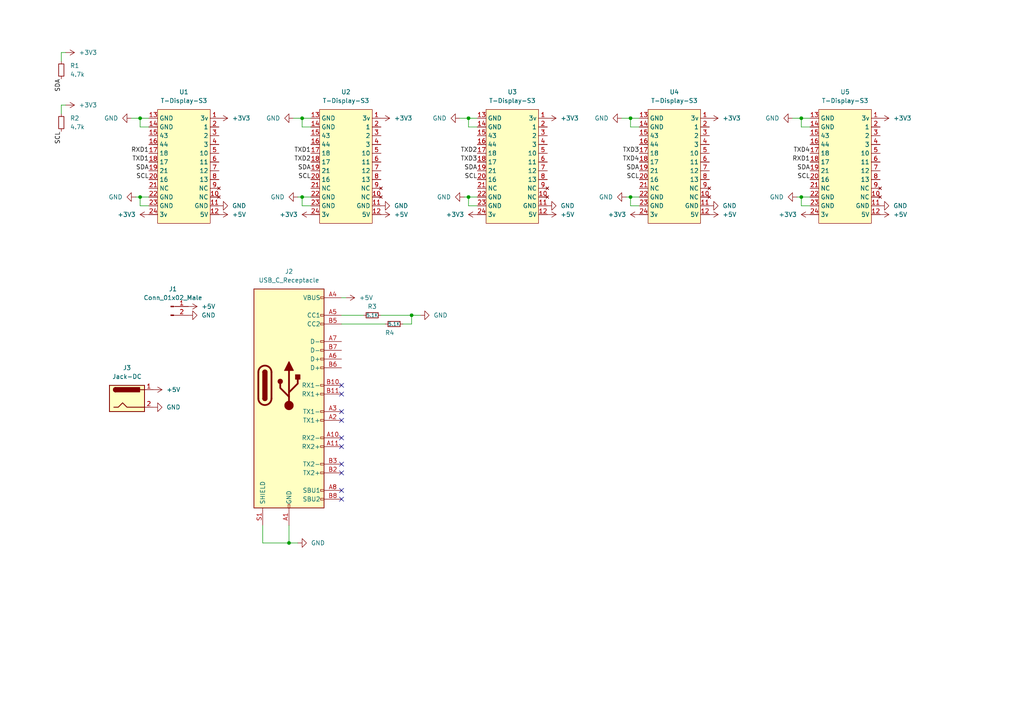
<source format=kicad_sch>
(kicad_sch (version 20211123) (generator eeschema)

  (uuid 47f913f3-18c8-4ccc-94da-e7ede8f96dee)

  (paper "A4")

  (title_block
    (title "RACK Display3")
    (date "2023-04-30")
    (rev "1")
    (company "www.morpheans.com")
    (comment 1 "Dr CADIC Philippe")
  )

  (lib_symbols
    (symbol "Connector:Conn_01x02_Male" (pin_names (offset 1.016) hide) (in_bom yes) (on_board yes)
      (property "Reference" "J" (id 0) (at 0 2.54 0)
        (effects (font (size 1.27 1.27)))
      )
      (property "Value" "Conn_01x02_Male" (id 1) (at 0 -5.08 0)
        (effects (font (size 1.27 1.27)))
      )
      (property "Footprint" "" (id 2) (at 0 0 0)
        (effects (font (size 1.27 1.27)) hide)
      )
      (property "Datasheet" "~" (id 3) (at 0 0 0)
        (effects (font (size 1.27 1.27)) hide)
      )
      (property "ki_keywords" "connector" (id 4) (at 0 0 0)
        (effects (font (size 1.27 1.27)) hide)
      )
      (property "ki_description" "Generic connector, single row, 01x02, script generated (kicad-library-utils/schlib/autogen/connector/)" (id 5) (at 0 0 0)
        (effects (font (size 1.27 1.27)) hide)
      )
      (property "ki_fp_filters" "Connector*:*_1x??_*" (id 6) (at 0 0 0)
        (effects (font (size 1.27 1.27)) hide)
      )
      (symbol "Conn_01x02_Male_1_1"
        (polyline
          (pts
            (xy 1.27 -2.54)
            (xy 0.8636 -2.54)
          )
          (stroke (width 0.1524) (type default) (color 0 0 0 0))
          (fill (type none))
        )
        (polyline
          (pts
            (xy 1.27 0)
            (xy 0.8636 0)
          )
          (stroke (width 0.1524) (type default) (color 0 0 0 0))
          (fill (type none))
        )
        (rectangle (start 0.8636 -2.413) (end 0 -2.667)
          (stroke (width 0.1524) (type default) (color 0 0 0 0))
          (fill (type outline))
        )
        (rectangle (start 0.8636 0.127) (end 0 -0.127)
          (stroke (width 0.1524) (type default) (color 0 0 0 0))
          (fill (type outline))
        )
        (pin passive line (at 5.08 0 180) (length 3.81)
          (name "Pin_1" (effects (font (size 1.27 1.27))))
          (number "1" (effects (font (size 1.27 1.27))))
        )
        (pin passive line (at 5.08 -2.54 180) (length 3.81)
          (name "Pin_2" (effects (font (size 1.27 1.27))))
          (number "2" (effects (font (size 1.27 1.27))))
        )
      )
    )
    (symbol "Connector:Jack-DC" (pin_names (offset 1.016)) (in_bom yes) (on_board yes)
      (property "Reference" "J" (id 0) (at 0 5.334 0)
        (effects (font (size 1.27 1.27)))
      )
      (property "Value" "Jack-DC" (id 1) (at 0 -5.08 0)
        (effects (font (size 1.27 1.27)))
      )
      (property "Footprint" "" (id 2) (at 1.27 -1.016 0)
        (effects (font (size 1.27 1.27)) hide)
      )
      (property "Datasheet" "~" (id 3) (at 1.27 -1.016 0)
        (effects (font (size 1.27 1.27)) hide)
      )
      (property "ki_keywords" "DC power barrel jack connector" (id 4) (at 0 0 0)
        (effects (font (size 1.27 1.27)) hide)
      )
      (property "ki_description" "DC Barrel Jack" (id 5) (at 0 0 0)
        (effects (font (size 1.27 1.27)) hide)
      )
      (property "ki_fp_filters" "BarrelJack*" (id 6) (at 0 0 0)
        (effects (font (size 1.27 1.27)) hide)
      )
      (symbol "Jack-DC_0_1"
        (rectangle (start -5.08 3.81) (end 5.08 -3.81)
          (stroke (width 0.254) (type default) (color 0 0 0 0))
          (fill (type background))
        )
        (arc (start -3.302 3.175) (mid -3.937 2.54) (end -3.302 1.905)
          (stroke (width 0.254) (type default) (color 0 0 0 0))
          (fill (type none))
        )
        (arc (start -3.302 3.175) (mid -3.937 2.54) (end -3.302 1.905)
          (stroke (width 0.254) (type default) (color 0 0 0 0))
          (fill (type outline))
        )
        (polyline
          (pts
            (xy 5.08 2.54)
            (xy 3.81 2.54)
          )
          (stroke (width 0.254) (type default) (color 0 0 0 0))
          (fill (type none))
        )
        (polyline
          (pts
            (xy -3.81 -2.54)
            (xy -2.54 -2.54)
            (xy -1.27 -1.27)
            (xy 0 -2.54)
            (xy 2.54 -2.54)
            (xy 5.08 -2.54)
          )
          (stroke (width 0.254) (type default) (color 0 0 0 0))
          (fill (type none))
        )
        (rectangle (start 3.683 3.175) (end -3.302 1.905)
          (stroke (width 0.254) (type default) (color 0 0 0 0))
          (fill (type outline))
        )
      )
      (symbol "Jack-DC_1_1"
        (pin passive line (at 7.62 2.54 180) (length 2.54)
          (name "~" (effects (font (size 1.27 1.27))))
          (number "1" (effects (font (size 1.27 1.27))))
        )
        (pin passive line (at 7.62 -2.54 180) (length 2.54)
          (name "~" (effects (font (size 1.27 1.27))))
          (number "2" (effects (font (size 1.27 1.27))))
        )
      )
    )
    (symbol "Connector:USB_C_Receptacle" (pin_names (offset 1.016)) (in_bom yes) (on_board yes)
      (property "Reference" "J" (id 0) (at -10.16 29.21 0)
        (effects (font (size 1.27 1.27)) (justify left))
      )
      (property "Value" "USB_C_Receptacle" (id 1) (at 10.16 29.21 0)
        (effects (font (size 1.27 1.27)) (justify right))
      )
      (property "Footprint" "" (id 2) (at 3.81 0 0)
        (effects (font (size 1.27 1.27)) hide)
      )
      (property "Datasheet" "https://www.usb.org/sites/default/files/documents/usb_type-c.zip" (id 3) (at 3.81 0 0)
        (effects (font (size 1.27 1.27)) hide)
      )
      (property "ki_keywords" "usb universal serial bus type-C full-featured" (id 4) (at 0 0 0)
        (effects (font (size 1.27 1.27)) hide)
      )
      (property "ki_description" "USB Full-Featured Type-C Receptacle connector" (id 5) (at 0 0 0)
        (effects (font (size 1.27 1.27)) hide)
      )
      (property "ki_fp_filters" "USB*C*Receptacle*" (id 6) (at 0 0 0)
        (effects (font (size 1.27 1.27)) hide)
      )
      (symbol "USB_C_Receptacle_0_0"
        (rectangle (start -0.254 -35.56) (end 0.254 -34.544)
          (stroke (width 0) (type default) (color 0 0 0 0))
          (fill (type none))
        )
        (rectangle (start 10.16 -32.766) (end 9.144 -33.274)
          (stroke (width 0) (type default) (color 0 0 0 0))
          (fill (type none))
        )
        (rectangle (start 10.16 -30.226) (end 9.144 -30.734)
          (stroke (width 0) (type default) (color 0 0 0 0))
          (fill (type none))
        )
        (rectangle (start 10.16 -25.146) (end 9.144 -25.654)
          (stroke (width 0) (type default) (color 0 0 0 0))
          (fill (type none))
        )
        (rectangle (start 10.16 -22.606) (end 9.144 -23.114)
          (stroke (width 0) (type default) (color 0 0 0 0))
          (fill (type none))
        )
        (rectangle (start 10.16 -17.526) (end 9.144 -18.034)
          (stroke (width 0) (type default) (color 0 0 0 0))
          (fill (type none))
        )
        (rectangle (start 10.16 -14.986) (end 9.144 -15.494)
          (stroke (width 0) (type default) (color 0 0 0 0))
          (fill (type none))
        )
        (rectangle (start 10.16 -9.906) (end 9.144 -10.414)
          (stroke (width 0) (type default) (color 0 0 0 0))
          (fill (type none))
        )
        (rectangle (start 10.16 -7.366) (end 9.144 -7.874)
          (stroke (width 0) (type default) (color 0 0 0 0))
          (fill (type none))
        )
        (rectangle (start 10.16 -2.286) (end 9.144 -2.794)
          (stroke (width 0) (type default) (color 0 0 0 0))
          (fill (type none))
        )
        (rectangle (start 10.16 0.254) (end 9.144 -0.254)
          (stroke (width 0) (type default) (color 0 0 0 0))
          (fill (type none))
        )
        (rectangle (start 10.16 5.334) (end 9.144 4.826)
          (stroke (width 0) (type default) (color 0 0 0 0))
          (fill (type none))
        )
        (rectangle (start 10.16 7.874) (end 9.144 7.366)
          (stroke (width 0) (type default) (color 0 0 0 0))
          (fill (type none))
        )
        (rectangle (start 10.16 10.414) (end 9.144 9.906)
          (stroke (width 0) (type default) (color 0 0 0 0))
          (fill (type none))
        )
        (rectangle (start 10.16 12.954) (end 9.144 12.446)
          (stroke (width 0) (type default) (color 0 0 0 0))
          (fill (type none))
        )
        (rectangle (start 10.16 18.034) (end 9.144 17.526)
          (stroke (width 0) (type default) (color 0 0 0 0))
          (fill (type none))
        )
        (rectangle (start 10.16 20.574) (end 9.144 20.066)
          (stroke (width 0) (type default) (color 0 0 0 0))
          (fill (type none))
        )
        (rectangle (start 10.16 25.654) (end 9.144 25.146)
          (stroke (width 0) (type default) (color 0 0 0 0))
          (fill (type none))
        )
      )
      (symbol "USB_C_Receptacle_0_1"
        (rectangle (start -10.16 27.94) (end 10.16 -35.56)
          (stroke (width 0.254) (type default) (color 0 0 0 0))
          (fill (type background))
        )
        (arc (start -8.89 -3.81) (mid -6.985 -5.715) (end -5.08 -3.81)
          (stroke (width 0.508) (type default) (color 0 0 0 0))
          (fill (type none))
        )
        (arc (start -7.62 -3.81) (mid -6.985 -4.445) (end -6.35 -3.81)
          (stroke (width 0.254) (type default) (color 0 0 0 0))
          (fill (type none))
        )
        (arc (start -7.62 -3.81) (mid -6.985 -4.445) (end -6.35 -3.81)
          (stroke (width 0.254) (type default) (color 0 0 0 0))
          (fill (type outline))
        )
        (rectangle (start -7.62 -3.81) (end -6.35 3.81)
          (stroke (width 0.254) (type default) (color 0 0 0 0))
          (fill (type outline))
        )
        (arc (start -6.35 3.81) (mid -6.985 4.445) (end -7.62 3.81)
          (stroke (width 0.254) (type default) (color 0 0 0 0))
          (fill (type none))
        )
        (arc (start -6.35 3.81) (mid -6.985 4.445) (end -7.62 3.81)
          (stroke (width 0.254) (type default) (color 0 0 0 0))
          (fill (type outline))
        )
        (arc (start -5.08 3.81) (mid -6.985 5.715) (end -8.89 3.81)
          (stroke (width 0.508) (type default) (color 0 0 0 0))
          (fill (type none))
        )
        (polyline
          (pts
            (xy -8.89 -3.81)
            (xy -8.89 3.81)
          )
          (stroke (width 0.508) (type default) (color 0 0 0 0))
          (fill (type none))
        )
        (polyline
          (pts
            (xy -5.08 3.81)
            (xy -5.08 -3.81)
          )
          (stroke (width 0.508) (type default) (color 0 0 0 0))
          (fill (type none))
        )
      )
      (symbol "USB_C_Receptacle_1_1"
        (circle (center -2.54 1.143) (radius 0.635)
          (stroke (width 0.254) (type default) (color 0 0 0 0))
          (fill (type outline))
        )
        (circle (center 0 -5.842) (radius 1.27)
          (stroke (width 0) (type default) (color 0 0 0 0))
          (fill (type outline))
        )
        (polyline
          (pts
            (xy 0 -5.842)
            (xy 0 4.318)
          )
          (stroke (width 0.508) (type default) (color 0 0 0 0))
          (fill (type none))
        )
        (polyline
          (pts
            (xy 0 -3.302)
            (xy -2.54 -0.762)
            (xy -2.54 0.508)
          )
          (stroke (width 0.508) (type default) (color 0 0 0 0))
          (fill (type none))
        )
        (polyline
          (pts
            (xy 0 -2.032)
            (xy 2.54 0.508)
            (xy 2.54 1.778)
          )
          (stroke (width 0.508) (type default) (color 0 0 0 0))
          (fill (type none))
        )
        (polyline
          (pts
            (xy -1.27 4.318)
            (xy 0 6.858)
            (xy 1.27 4.318)
            (xy -1.27 4.318)
          )
          (stroke (width 0.254) (type default) (color 0 0 0 0))
          (fill (type outline))
        )
        (rectangle (start 1.905 1.778) (end 3.175 3.048)
          (stroke (width 0.254) (type default) (color 0 0 0 0))
          (fill (type outline))
        )
        (pin passive line (at 0 -40.64 90) (length 5.08)
          (name "GND" (effects (font (size 1.27 1.27))))
          (number "A1" (effects (font (size 1.27 1.27))))
        )
        (pin bidirectional line (at 15.24 -15.24 180) (length 5.08)
          (name "RX2-" (effects (font (size 1.27 1.27))))
          (number "A10" (effects (font (size 1.27 1.27))))
        )
        (pin bidirectional line (at 15.24 -17.78 180) (length 5.08)
          (name "RX2+" (effects (font (size 1.27 1.27))))
          (number "A11" (effects (font (size 1.27 1.27))))
        )
        (pin passive line (at 0 -40.64 90) (length 5.08) hide
          (name "GND" (effects (font (size 1.27 1.27))))
          (number "A12" (effects (font (size 1.27 1.27))))
        )
        (pin bidirectional line (at 15.24 -10.16 180) (length 5.08)
          (name "TX1+" (effects (font (size 1.27 1.27))))
          (number "A2" (effects (font (size 1.27 1.27))))
        )
        (pin bidirectional line (at 15.24 -7.62 180) (length 5.08)
          (name "TX1-" (effects (font (size 1.27 1.27))))
          (number "A3" (effects (font (size 1.27 1.27))))
        )
        (pin passive line (at 15.24 25.4 180) (length 5.08)
          (name "VBUS" (effects (font (size 1.27 1.27))))
          (number "A4" (effects (font (size 1.27 1.27))))
        )
        (pin bidirectional line (at 15.24 20.32 180) (length 5.08)
          (name "CC1" (effects (font (size 1.27 1.27))))
          (number "A5" (effects (font (size 1.27 1.27))))
        )
        (pin bidirectional line (at 15.24 7.62 180) (length 5.08)
          (name "D+" (effects (font (size 1.27 1.27))))
          (number "A6" (effects (font (size 1.27 1.27))))
        )
        (pin bidirectional line (at 15.24 12.7 180) (length 5.08)
          (name "D-" (effects (font (size 1.27 1.27))))
          (number "A7" (effects (font (size 1.27 1.27))))
        )
        (pin bidirectional line (at 15.24 -30.48 180) (length 5.08)
          (name "SBU1" (effects (font (size 1.27 1.27))))
          (number "A8" (effects (font (size 1.27 1.27))))
        )
        (pin passive line (at 15.24 25.4 180) (length 5.08) hide
          (name "VBUS" (effects (font (size 1.27 1.27))))
          (number "A9" (effects (font (size 1.27 1.27))))
        )
        (pin passive line (at 0 -40.64 90) (length 5.08) hide
          (name "GND" (effects (font (size 1.27 1.27))))
          (number "B1" (effects (font (size 1.27 1.27))))
        )
        (pin bidirectional line (at 15.24 0 180) (length 5.08)
          (name "RX1-" (effects (font (size 1.27 1.27))))
          (number "B10" (effects (font (size 1.27 1.27))))
        )
        (pin bidirectional line (at 15.24 -2.54 180) (length 5.08)
          (name "RX1+" (effects (font (size 1.27 1.27))))
          (number "B11" (effects (font (size 1.27 1.27))))
        )
        (pin passive line (at 0 -40.64 90) (length 5.08) hide
          (name "GND" (effects (font (size 1.27 1.27))))
          (number "B12" (effects (font (size 1.27 1.27))))
        )
        (pin bidirectional line (at 15.24 -25.4 180) (length 5.08)
          (name "TX2+" (effects (font (size 1.27 1.27))))
          (number "B2" (effects (font (size 1.27 1.27))))
        )
        (pin bidirectional line (at 15.24 -22.86 180) (length 5.08)
          (name "TX2-" (effects (font (size 1.27 1.27))))
          (number "B3" (effects (font (size 1.27 1.27))))
        )
        (pin passive line (at 15.24 25.4 180) (length 5.08) hide
          (name "VBUS" (effects (font (size 1.27 1.27))))
          (number "B4" (effects (font (size 1.27 1.27))))
        )
        (pin bidirectional line (at 15.24 17.78 180) (length 5.08)
          (name "CC2" (effects (font (size 1.27 1.27))))
          (number "B5" (effects (font (size 1.27 1.27))))
        )
        (pin bidirectional line (at 15.24 5.08 180) (length 5.08)
          (name "D+" (effects (font (size 1.27 1.27))))
          (number "B6" (effects (font (size 1.27 1.27))))
        )
        (pin bidirectional line (at 15.24 10.16 180) (length 5.08)
          (name "D-" (effects (font (size 1.27 1.27))))
          (number "B7" (effects (font (size 1.27 1.27))))
        )
        (pin bidirectional line (at 15.24 -33.02 180) (length 5.08)
          (name "SBU2" (effects (font (size 1.27 1.27))))
          (number "B8" (effects (font (size 1.27 1.27))))
        )
        (pin passive line (at 15.24 25.4 180) (length 5.08) hide
          (name "VBUS" (effects (font (size 1.27 1.27))))
          (number "B9" (effects (font (size 1.27 1.27))))
        )
        (pin passive line (at -7.62 -40.64 90) (length 5.08)
          (name "SHIELD" (effects (font (size 1.27 1.27))))
          (number "S1" (effects (font (size 1.27 1.27))))
        )
      )
    )
    (symbol "Device:R_Small" (pin_numbers hide) (pin_names (offset 0.254) hide) (in_bom yes) (on_board yes)
      (property "Reference" "R" (id 0) (at 0.762 0.508 0)
        (effects (font (size 1.27 1.27)) (justify left))
      )
      (property "Value" "R_Small" (id 1) (at 0.762 -1.016 0)
        (effects (font (size 1.27 1.27)) (justify left))
      )
      (property "Footprint" "" (id 2) (at 0 0 0)
        (effects (font (size 1.27 1.27)) hide)
      )
      (property "Datasheet" "~" (id 3) (at 0 0 0)
        (effects (font (size 1.27 1.27)) hide)
      )
      (property "ki_keywords" "R resistor" (id 4) (at 0 0 0)
        (effects (font (size 1.27 1.27)) hide)
      )
      (property "ki_description" "Resistor, small symbol" (id 5) (at 0 0 0)
        (effects (font (size 1.27 1.27)) hide)
      )
      (property "ki_fp_filters" "R_*" (id 6) (at 0 0 0)
        (effects (font (size 1.27 1.27)) hide)
      )
      (symbol "R_Small_0_1"
        (rectangle (start -0.762 1.778) (end 0.762 -1.778)
          (stroke (width 0.2032) (type default) (color 0 0 0 0))
          (fill (type none))
        )
      )
      (symbol "R_Small_1_1"
        (pin passive line (at 0 2.54 270) (length 0.762)
          (name "~" (effects (font (size 1.27 1.27))))
          (number "1" (effects (font (size 1.27 1.27))))
        )
        (pin passive line (at 0 -2.54 90) (length 0.762)
          (name "~" (effects (font (size 1.27 1.27))))
          (number "2" (effects (font (size 1.27 1.27))))
        )
      )
    )
    (symbol "T-Display-S3:T-Display-S3" (in_bom yes) (on_board yes)
      (property "Reference" "U" (id 0) (at -16.51 -2.54 0)
        (effects (font (size 1.27 1.27)))
      )
      (property "Value" "T-Display-S3" (id 1) (at -11.43 -5.08 0)
        (effects (font (size 1.27 1.27)))
      )
      (property "Footprint" "" (id 2) (at 0 10.16 0)
        (effects (font (size 1.27 1.27)) hide)
      )
      (property "Datasheet" "" (id 3) (at 0 10.16 0)
        (effects (font (size 1.27 1.27)) hide)
      )
      (symbol "T-Display-S3_0_1"
        (rectangle (start -15.24 33.02) (end 0 0)
          (stroke (width 0) (type default) (color 0 0 0 0))
          (fill (type background))
        )
      )
      (symbol "T-Display-S3_1_1"
        (pin power_in line (at 2.54 30.48 180) (length 2.54)
          (name "3v" (effects (font (size 1.27 1.27))))
          (number "1" (effects (font (size 1.27 1.27))))
        )
        (pin no_connect line (at 2.54 7.62 180) (length 2.54)
          (name "NC" (effects (font (size 1.27 1.27))))
          (number "10" (effects (font (size 1.27 1.27))))
        )
        (pin power_in line (at 2.54 5.08 180) (length 2.54)
          (name "GND" (effects (font (size 1.27 1.27))))
          (number "11" (effects (font (size 1.27 1.27))))
        )
        (pin power_in line (at 2.54 2.54 180) (length 2.54)
          (name "5V" (effects (font (size 1.27 1.27))))
          (number "12" (effects (font (size 1.27 1.27))))
        )
        (pin power_in line (at -17.78 30.48 0) (length 2.54)
          (name "GND" (effects (font (size 1.27 1.27))))
          (number "13" (effects (font (size 1.27 1.27))))
        )
        (pin power_in line (at -17.78 27.94 0) (length 2.54)
          (name "GND" (effects (font (size 1.27 1.27))))
          (number "14" (effects (font (size 1.27 1.27))))
        )
        (pin bidirectional line (at -17.78 25.4 0) (length 2.54)
          (name "43" (effects (font (size 1.27 1.27))))
          (number "15" (effects (font (size 1.27 1.27))))
        )
        (pin bidirectional line (at -17.78 22.86 0) (length 2.54)
          (name "44" (effects (font (size 1.27 1.27))))
          (number "16" (effects (font (size 1.27 1.27))))
        )
        (pin bidirectional line (at -17.78 20.32 0) (length 2.54)
          (name "18" (effects (font (size 1.27 1.27))))
          (number "17" (effects (font (size 1.27 1.27))))
        )
        (pin bidirectional line (at -17.78 17.78 0) (length 2.54)
          (name "17" (effects (font (size 1.27 1.27))))
          (number "18" (effects (font (size 1.27 1.27))))
        )
        (pin bidirectional line (at -17.78 15.24 0) (length 2.54)
          (name "21" (effects (font (size 1.27 1.27))))
          (number "19" (effects (font (size 1.27 1.27))))
        )
        (pin bidirectional line (at 2.54 27.94 180) (length 2.54)
          (name "1" (effects (font (size 1.27 1.27))))
          (number "2" (effects (font (size 1.27 1.27))))
        )
        (pin bidirectional line (at -17.78 12.7 0) (length 2.54)
          (name "16" (effects (font (size 1.27 1.27))))
          (number "20" (effects (font (size 1.27 1.27))))
        )
        (pin bidirectional line (at -17.78 10.16 0) (length 2.54)
          (name "NC" (effects (font (size 1.27 1.27))))
          (number "21" (effects (font (size 1.27 1.27))))
        )
        (pin power_in line (at -17.78 7.62 0) (length 2.54)
          (name "GND" (effects (font (size 1.27 1.27))))
          (number "22" (effects (font (size 1.27 1.27))))
        )
        (pin power_in line (at -17.78 5.08 0) (length 2.54)
          (name "GND" (effects (font (size 1.27 1.27))))
          (number "23" (effects (font (size 1.27 1.27))))
        )
        (pin power_in line (at -17.78 2.54 0) (length 2.54)
          (name "3v" (effects (font (size 1.27 1.27))))
          (number "24" (effects (font (size 1.27 1.27))))
        )
        (pin bidirectional line (at 2.54 25.4 180) (length 2.54)
          (name "2" (effects (font (size 1.27 1.27))))
          (number "3" (effects (font (size 1.27 1.27))))
        )
        (pin bidirectional line (at 2.54 22.86 180) (length 2.54)
          (name "3" (effects (font (size 1.27 1.27))))
          (number "4" (effects (font (size 1.27 1.27))))
        )
        (pin bidirectional line (at 2.54 20.32 180) (length 2.54)
          (name "10" (effects (font (size 1.27 1.27))))
          (number "5" (effects (font (size 1.27 1.27))))
        )
        (pin bidirectional line (at 2.54 17.78 180) (length 2.54)
          (name "11" (effects (font (size 1.27 1.27))))
          (number "6" (effects (font (size 1.27 1.27))))
        )
        (pin bidirectional line (at 2.54 15.24 180) (length 2.54)
          (name "12" (effects (font (size 1.27 1.27))))
          (number "7" (effects (font (size 1.27 1.27))))
        )
        (pin bidirectional line (at 2.54 12.7 180) (length 2.54)
          (name "13" (effects (font (size 1.27 1.27))))
          (number "8" (effects (font (size 1.27 1.27))))
        )
        (pin no_connect line (at 2.54 10.16 180) (length 2.54)
          (name "NC" (effects (font (size 1.27 1.27))))
          (number "9" (effects (font (size 1.27 1.27))))
        )
      )
    )
    (symbol "power:+3V3" (power) (pin_names (offset 0)) (in_bom yes) (on_board yes)
      (property "Reference" "#PWR" (id 0) (at 0 -3.81 0)
        (effects (font (size 1.27 1.27)) hide)
      )
      (property "Value" "+3V3" (id 1) (at 0 3.556 0)
        (effects (font (size 1.27 1.27)))
      )
      (property "Footprint" "" (id 2) (at 0 0 0)
        (effects (font (size 1.27 1.27)) hide)
      )
      (property "Datasheet" "" (id 3) (at 0 0 0)
        (effects (font (size 1.27 1.27)) hide)
      )
      (property "ki_keywords" "global power" (id 4) (at 0 0 0)
        (effects (font (size 1.27 1.27)) hide)
      )
      (property "ki_description" "Power symbol creates a global label with name \"+3V3\"" (id 5) (at 0 0 0)
        (effects (font (size 1.27 1.27)) hide)
      )
      (symbol "+3V3_0_1"
        (polyline
          (pts
            (xy -0.762 1.27)
            (xy 0 2.54)
          )
          (stroke (width 0) (type default) (color 0 0 0 0))
          (fill (type none))
        )
        (polyline
          (pts
            (xy 0 0)
            (xy 0 2.54)
          )
          (stroke (width 0) (type default) (color 0 0 0 0))
          (fill (type none))
        )
        (polyline
          (pts
            (xy 0 2.54)
            (xy 0.762 1.27)
          )
          (stroke (width 0) (type default) (color 0 0 0 0))
          (fill (type none))
        )
      )
      (symbol "+3V3_1_1"
        (pin power_in line (at 0 0 90) (length 0) hide
          (name "+3V3" (effects (font (size 1.27 1.27))))
          (number "1" (effects (font (size 1.27 1.27))))
        )
      )
    )
    (symbol "power:+5V" (power) (pin_names (offset 0)) (in_bom yes) (on_board yes)
      (property "Reference" "#PWR" (id 0) (at 0 -3.81 0)
        (effects (font (size 1.27 1.27)) hide)
      )
      (property "Value" "+5V" (id 1) (at 0 3.556 0)
        (effects (font (size 1.27 1.27)))
      )
      (property "Footprint" "" (id 2) (at 0 0 0)
        (effects (font (size 1.27 1.27)) hide)
      )
      (property "Datasheet" "" (id 3) (at 0 0 0)
        (effects (font (size 1.27 1.27)) hide)
      )
      (property "ki_keywords" "global power" (id 4) (at 0 0 0)
        (effects (font (size 1.27 1.27)) hide)
      )
      (property "ki_description" "Power symbol creates a global label with name \"+5V\"" (id 5) (at 0 0 0)
        (effects (font (size 1.27 1.27)) hide)
      )
      (symbol "+5V_0_1"
        (polyline
          (pts
            (xy -0.762 1.27)
            (xy 0 2.54)
          )
          (stroke (width 0) (type default) (color 0 0 0 0))
          (fill (type none))
        )
        (polyline
          (pts
            (xy 0 0)
            (xy 0 2.54)
          )
          (stroke (width 0) (type default) (color 0 0 0 0))
          (fill (type none))
        )
        (polyline
          (pts
            (xy 0 2.54)
            (xy 0.762 1.27)
          )
          (stroke (width 0) (type default) (color 0 0 0 0))
          (fill (type none))
        )
      )
      (symbol "+5V_1_1"
        (pin power_in line (at 0 0 90) (length 0) hide
          (name "+5V" (effects (font (size 1.27 1.27))))
          (number "1" (effects (font (size 1.27 1.27))))
        )
      )
    )
    (symbol "power:GND" (power) (pin_names (offset 0)) (in_bom yes) (on_board yes)
      (property "Reference" "#PWR" (id 0) (at 0 -6.35 0)
        (effects (font (size 1.27 1.27)) hide)
      )
      (property "Value" "GND" (id 1) (at 0 -3.81 0)
        (effects (font (size 1.27 1.27)))
      )
      (property "Footprint" "" (id 2) (at 0 0 0)
        (effects (font (size 1.27 1.27)) hide)
      )
      (property "Datasheet" "" (id 3) (at 0 0 0)
        (effects (font (size 1.27 1.27)) hide)
      )
      (property "ki_keywords" "global power" (id 4) (at 0 0 0)
        (effects (font (size 1.27 1.27)) hide)
      )
      (property "ki_description" "Power symbol creates a global label with name \"GND\" , ground" (id 5) (at 0 0 0)
        (effects (font (size 1.27 1.27)) hide)
      )
      (symbol "GND_0_1"
        (polyline
          (pts
            (xy 0 0)
            (xy 0 -1.27)
            (xy 1.27 -1.27)
            (xy 0 -2.54)
            (xy -1.27 -1.27)
            (xy 0 -1.27)
          )
          (stroke (width 0) (type default) (color 0 0 0 0))
          (fill (type none))
        )
      )
      (symbol "GND_1_1"
        (pin power_in line (at 0 0 270) (length 0) hide
          (name "GND" (effects (font (size 1.27 1.27))))
          (number "1" (effects (font (size 1.27 1.27))))
        )
      )
    )
  )

  (junction (at 87.63 34.29) (diameter 0) (color 0 0 0 0)
    (uuid 11f032d3-0598-4237-8365-93d5bf22a19b)
  )
  (junction (at 232.41 57.15) (diameter 0) (color 0 0 0 0)
    (uuid 2a46665a-a157-4d8b-8c7e-669fff41e7cf)
  )
  (junction (at 232.41 34.29) (diameter 0) (color 0 0 0 0)
    (uuid 2e9345b1-e2c0-4cca-a25d-5ae771330bf6)
  )
  (junction (at 135.89 57.15) (diameter 0) (color 0 0 0 0)
    (uuid 35d3f189-58b9-4b7b-b803-2d0d3579c538)
  )
  (junction (at 135.89 34.29) (diameter 0) (color 0 0 0 0)
    (uuid 41f80958-5f95-4158-a049-c1e7ccb795c4)
  )
  (junction (at 87.63 57.15) (diameter 0) (color 0 0 0 0)
    (uuid 5ae1af78-de21-45a7-972a-009d025fa7b0)
  )
  (junction (at 40.64 57.15) (diameter 0) (color 0 0 0 0)
    (uuid 756d2e7f-74f5-485e-a05f-54c89b6baec1)
  )
  (junction (at 40.64 34.29) (diameter 0) (color 0 0 0 0)
    (uuid 926212f4-5363-4459-9459-b342794ab9f3)
  )
  (junction (at 83.82 157.48) (diameter 0) (color 0 0 0 0)
    (uuid b0135902-8277-48e4-87e4-139c09f3df06)
  )
  (junction (at 182.88 57.15) (diameter 0) (color 0 0 0 0)
    (uuid cbff98b9-2f56-4fb3-8fe4-7b0bd2db51af)
  )
  (junction (at 119.38 91.44) (diameter 0) (color 0 0 0 0)
    (uuid e6cb9305-c4e9-4f46-8254-cfbf77e6a650)
  )
  (junction (at 182.88 34.29) (diameter 0) (color 0 0 0 0)
    (uuid ed7e3324-531b-4bea-98ea-2ba3077ae8e7)
  )

  (no_connect (at 99.06 114.3) (uuid 0132634a-c920-4fc7-97e0-6bc59ba07563))
  (no_connect (at 99.06 142.24) (uuid 19cbc60e-8d7f-4520-8b71-124d0ac2aad7))
  (no_connect (at 99.06 137.16) (uuid 40d26a33-424b-4f22-85c1-6c15536b013f))
  (no_connect (at 99.06 119.38) (uuid 779157cf-518e-406e-8a37-0580b02e3f9c))
  (no_connect (at 99.06 121.92) (uuid 8badfc92-28ce-4e85-807b-a16601c10a58))
  (no_connect (at 99.06 127) (uuid a21c4bc5-9e58-48a5-bcb9-40734e84f6c4))
  (no_connect (at 99.06 129.54) (uuid bfa352dd-48ea-4c35-b2b2-33411613d60a))
  (no_connect (at 99.06 134.62) (uuid e7699106-8f78-475c-8fac-f87f6c96430b))
  (no_connect (at 99.06 144.78) (uuid fafc233a-f140-4be9-8fac-d2c8b7589b98))
  (no_connect (at 99.06 111.76) (uuid fffc619c-3586-45f9-a307-19d41336e47e))

  (wire (pts (xy 40.64 57.15) (xy 43.18 57.15))
    (stroke (width 0) (type default) (color 0 0 0 0))
    (uuid 00173bb4-2cbf-4fe6-b8f8-605b56845e98)
  )
  (wire (pts (xy 133.35 34.29) (xy 135.89 34.29))
    (stroke (width 0) (type default) (color 0 0 0 0))
    (uuid 01ca06c4-224e-457f-aebd-e3535e5c8580)
  )
  (wire (pts (xy 99.06 86.36) (xy 100.33 86.36))
    (stroke (width 0) (type default) (color 0 0 0 0))
    (uuid 04a888fa-fa35-4ace-bc27-683360ba01be)
  )
  (wire (pts (xy 182.88 36.83) (xy 185.42 36.83))
    (stroke (width 0) (type default) (color 0 0 0 0))
    (uuid 06350735-6811-4618-82e9-c88288e9381f)
  )
  (wire (pts (xy 134.62 57.15) (xy 135.89 57.15))
    (stroke (width 0) (type default) (color 0 0 0 0))
    (uuid 0f5c1dd3-4e27-4833-8839-041e16a30612)
  )
  (wire (pts (xy 135.89 34.29) (xy 135.89 36.83))
    (stroke (width 0) (type default) (color 0 0 0 0))
    (uuid 11bf218f-c85f-46e8-bc3d-5f32088cca8c)
  )
  (wire (pts (xy 232.41 36.83) (xy 234.95 36.83))
    (stroke (width 0) (type default) (color 0 0 0 0))
    (uuid 11d10cdb-2980-42f0-b07c-b246d6b27869)
  )
  (wire (pts (xy 83.82 157.48) (xy 86.36 157.48))
    (stroke (width 0) (type default) (color 0 0 0 0))
    (uuid 121fc3bb-3613-495f-b80d-a38e3f618924)
  )
  (wire (pts (xy 231.14 57.15) (xy 232.41 57.15))
    (stroke (width 0) (type default) (color 0 0 0 0))
    (uuid 12aca4cb-efc1-4262-a8c1-86ead7d3a024)
  )
  (wire (pts (xy 232.41 57.15) (xy 234.95 57.15))
    (stroke (width 0) (type default) (color 0 0 0 0))
    (uuid 1371a26f-623e-4b92-9507-d3c6d23ace9b)
  )
  (wire (pts (xy 76.2 157.48) (xy 83.82 157.48))
    (stroke (width 0) (type default) (color 0 0 0 0))
    (uuid 17b16cdc-3e3a-438f-b834-0cceeb1f4dab)
  )
  (wire (pts (xy 180.34 34.29) (xy 182.88 34.29))
    (stroke (width 0) (type default) (color 0 0 0 0))
    (uuid 1bcdc0c2-8e54-4477-a3ee-c75c7819d98a)
  )
  (wire (pts (xy 76.2 152.4) (xy 76.2 157.48))
    (stroke (width 0) (type default) (color 0 0 0 0))
    (uuid 1df97359-4ee0-428a-a501-7d4cd2108d89)
  )
  (wire (pts (xy 39.37 57.15) (xy 40.64 57.15))
    (stroke (width 0) (type default) (color 0 0 0 0))
    (uuid 2d27d4e7-7e66-445e-95f0-6a127c4cc33b)
  )
  (wire (pts (xy 232.41 59.69) (xy 234.95 59.69))
    (stroke (width 0) (type default) (color 0 0 0 0))
    (uuid 2eae320a-9b3e-4f7a-88cd-6fe77f1480ba)
  )
  (wire (pts (xy 17.78 30.48) (xy 17.78 33.02))
    (stroke (width 0) (type default) (color 0 0 0 0))
    (uuid 3e0c6acf-956a-4496-bef9-c7f6faa82f98)
  )
  (wire (pts (xy 232.41 34.29) (xy 232.41 36.83))
    (stroke (width 0) (type default) (color 0 0 0 0))
    (uuid 3e921ef0-7636-49a0-bd2c-d46b67f4cdd1)
  )
  (wire (pts (xy 119.38 93.98) (xy 116.84 93.98))
    (stroke (width 0) (type default) (color 0 0 0 0))
    (uuid 41694bc6-1ff0-4cd4-8522-9fdcf9780d67)
  )
  (wire (pts (xy 182.88 57.15) (xy 185.42 57.15))
    (stroke (width 0) (type default) (color 0 0 0 0))
    (uuid 469c91ec-8ff0-4b61-837e-86643eb85c40)
  )
  (wire (pts (xy 99.06 93.98) (xy 111.76 93.98))
    (stroke (width 0) (type default) (color 0 0 0 0))
    (uuid 48513a7a-6a78-4600-8abe-7eb15403a140)
  )
  (wire (pts (xy 119.38 91.44) (xy 119.38 93.98))
    (stroke (width 0) (type default) (color 0 0 0 0))
    (uuid 525b69b4-cc5d-41c3-8e62-7ba9204d9688)
  )
  (wire (pts (xy 87.63 34.29) (xy 90.17 34.29))
    (stroke (width 0) (type default) (color 0 0 0 0))
    (uuid 569bae10-bf69-4f7a-8aa3-59319e54df44)
  )
  (wire (pts (xy 87.63 57.15) (xy 90.17 57.15))
    (stroke (width 0) (type default) (color 0 0 0 0))
    (uuid 592bb1b7-0e35-4dc4-8a6e-b5e36fbf6e10)
  )
  (wire (pts (xy 232.41 57.15) (xy 232.41 59.69))
    (stroke (width 0) (type default) (color 0 0 0 0))
    (uuid 6141085e-878c-4bdb-84c2-b5f9ec7be941)
  )
  (wire (pts (xy 40.64 34.29) (xy 40.64 36.83))
    (stroke (width 0) (type default) (color 0 0 0 0))
    (uuid 6e3155e2-4085-4a97-9972-00e7bc32d171)
  )
  (wire (pts (xy 182.88 59.69) (xy 185.42 59.69))
    (stroke (width 0) (type default) (color 0 0 0 0))
    (uuid 7752d1ef-ef09-4593-8539-cfbdd22a885a)
  )
  (wire (pts (xy 232.41 34.29) (xy 234.95 34.29))
    (stroke (width 0) (type default) (color 0 0 0 0))
    (uuid 828791e4-1811-45ff-ad5a-b1da32a96abf)
  )
  (wire (pts (xy 119.38 91.44) (xy 121.92 91.44))
    (stroke (width 0) (type default) (color 0 0 0 0))
    (uuid 84ec6b1e-42f7-4597-8e1f-162784e96fed)
  )
  (wire (pts (xy 99.06 91.44) (xy 105.41 91.44))
    (stroke (width 0) (type default) (color 0 0 0 0))
    (uuid 8ce3a1cf-1779-4c93-b488-a6b983a2bb34)
  )
  (wire (pts (xy 17.78 15.24) (xy 17.78 17.78))
    (stroke (width 0) (type default) (color 0 0 0 0))
    (uuid 9201c7bf-f936-42e0-b45c-670a3b870ee5)
  )
  (wire (pts (xy 135.89 59.69) (xy 138.43 59.69))
    (stroke (width 0) (type default) (color 0 0 0 0))
    (uuid 93f931c9-6f82-43fc-9860-79ea2658d1c1)
  )
  (wire (pts (xy 19.05 15.24) (xy 17.78 15.24))
    (stroke (width 0) (type default) (color 0 0 0 0))
    (uuid 9846cee0-d762-47a6-b1fa-548dcc7f3caf)
  )
  (wire (pts (xy 181.61 57.15) (xy 182.88 57.15))
    (stroke (width 0) (type default) (color 0 0 0 0))
    (uuid a77dd2df-c7ba-46fe-8738-0fab57ce7e48)
  )
  (wire (pts (xy 110.49 91.44) (xy 119.38 91.44))
    (stroke (width 0) (type default) (color 0 0 0 0))
    (uuid ab684d42-79ba-4877-9d5b-78a48df312c8)
  )
  (wire (pts (xy 40.64 34.29) (xy 43.18 34.29))
    (stroke (width 0) (type default) (color 0 0 0 0))
    (uuid b91186ad-cfab-44c1-bc11-8dc7b2c40066)
  )
  (wire (pts (xy 85.09 34.29) (xy 87.63 34.29))
    (stroke (width 0) (type default) (color 0 0 0 0))
    (uuid b947bc1c-f74a-4558-a754-4a48a9f16aab)
  )
  (wire (pts (xy 87.63 57.15) (xy 87.63 59.69))
    (stroke (width 0) (type default) (color 0 0 0 0))
    (uuid b94ad399-2243-4cde-a8e7-6f4a92060ba0)
  )
  (wire (pts (xy 182.88 57.15) (xy 182.88 59.69))
    (stroke (width 0) (type default) (color 0 0 0 0))
    (uuid c73738bc-fe61-4694-a5cc-ba63a2300112)
  )
  (wire (pts (xy 87.63 34.29) (xy 87.63 36.83))
    (stroke (width 0) (type default) (color 0 0 0 0))
    (uuid c8c819e3-11ef-4160-bd92-03a65ff67552)
  )
  (wire (pts (xy 40.64 57.15) (xy 40.64 59.69))
    (stroke (width 0) (type default) (color 0 0 0 0))
    (uuid cbd893fa-2bdb-4339-97f8-59b4bd288508)
  )
  (wire (pts (xy 86.36 57.15) (xy 87.63 57.15))
    (stroke (width 0) (type default) (color 0 0 0 0))
    (uuid d00c8d32-1e7e-45ca-8c03-8790fc14248e)
  )
  (wire (pts (xy 87.63 36.83) (xy 90.17 36.83))
    (stroke (width 0) (type default) (color 0 0 0 0))
    (uuid d1cfb101-d0b5-4f50-93d0-57e90f1c2f26)
  )
  (wire (pts (xy 135.89 57.15) (xy 135.89 59.69))
    (stroke (width 0) (type default) (color 0 0 0 0))
    (uuid d4fcf764-e292-474e-bab8-7397fd7fb8b4)
  )
  (wire (pts (xy 135.89 34.29) (xy 138.43 34.29))
    (stroke (width 0) (type default) (color 0 0 0 0))
    (uuid da8f1e70-9df8-434d-875d-78de408832ce)
  )
  (wire (pts (xy 38.1 34.29) (xy 40.64 34.29))
    (stroke (width 0) (type default) (color 0 0 0 0))
    (uuid db5abb51-88d6-48e6-8d7b-ccd241e4376e)
  )
  (wire (pts (xy 40.64 59.69) (xy 43.18 59.69))
    (stroke (width 0) (type default) (color 0 0 0 0))
    (uuid ddb117ad-f71e-490f-b1b9-e5e7a960a20f)
  )
  (wire (pts (xy 87.63 59.69) (xy 90.17 59.69))
    (stroke (width 0) (type default) (color 0 0 0 0))
    (uuid de8ca79f-5724-40df-9489-cfa72b20626a)
  )
  (wire (pts (xy 182.88 34.29) (xy 182.88 36.83))
    (stroke (width 0) (type default) (color 0 0 0 0))
    (uuid e36a6039-6fa2-4162-9139-5844fc649c47)
  )
  (wire (pts (xy 135.89 57.15) (xy 138.43 57.15))
    (stroke (width 0) (type default) (color 0 0 0 0))
    (uuid e7cecaa9-9cc9-488c-b6ef-10a75d56327d)
  )
  (wire (pts (xy 135.89 36.83) (xy 138.43 36.83))
    (stroke (width 0) (type default) (color 0 0 0 0))
    (uuid efeb2879-741c-49f9-839c-53fcdb3b7342)
  )
  (wire (pts (xy 83.82 152.4) (xy 83.82 157.48))
    (stroke (width 0) (type default) (color 0 0 0 0))
    (uuid f283e476-2f29-4b13-85f9-b6e6b10bd13f)
  )
  (wire (pts (xy 229.87 34.29) (xy 232.41 34.29))
    (stroke (width 0) (type default) (color 0 0 0 0))
    (uuid f2a0fc39-ffa8-4e65-9803-2cc05e436ec6)
  )
  (wire (pts (xy 40.64 36.83) (xy 43.18 36.83))
    (stroke (width 0) (type default) (color 0 0 0 0))
    (uuid f2ea1d02-6cb6-447a-bdf8-459b90a1c18d)
  )
  (wire (pts (xy 19.05 30.48) (xy 17.78 30.48))
    (stroke (width 0) (type default) (color 0 0 0 0))
    (uuid faa87697-26b3-4541-a2d3-3e8b098ff295)
  )
  (wire (pts (xy 182.88 34.29) (xy 185.42 34.29))
    (stroke (width 0) (type default) (color 0 0 0 0))
    (uuid fde12adc-2720-49ce-85f8-55fa6a4b9347)
  )

  (label "SCL" (at 90.17 52.07 180)
    (effects (font (size 1.27 1.27)) (justify right bottom))
    (uuid 1239a30c-b01d-4799-ae54-d177be1bdad5)
  )
  (label "SCL" (at 17.78 38.1 270)
    (effects (font (size 1.27 1.27)) (justify right bottom))
    (uuid 1422b9a2-7d2b-4782-9973-8b54070466a7)
  )
  (label "TXD4" (at 185.42 46.99 180)
    (effects (font (size 1.27 1.27)) (justify right bottom))
    (uuid 1adfafed-d208-4c07-b23d-42881fbfbbd8)
  )
  (label "SCL" (at 43.18 52.07 180)
    (effects (font (size 1.27 1.27)) (justify right bottom))
    (uuid 1ea7610a-0d63-47ab-b441-b16c89aceda3)
  )
  (label "SCL" (at 185.42 52.07 180)
    (effects (font (size 1.27 1.27)) (justify right bottom))
    (uuid 2985c0e3-6597-4079-bf56-dfb412717e02)
  )
  (label "SDA" (at 185.42 49.53 180)
    (effects (font (size 1.27 1.27)) (justify right bottom))
    (uuid 6653f658-9cc2-4559-9c1d-715e1719b299)
  )
  (label "RXD1" (at 234.95 46.99 180)
    (effects (font (size 1.27 1.27)) (justify right bottom))
    (uuid 66a8e4e9-e31b-4c49-9866-ecf5408c96d2)
  )
  (label "SDA" (at 17.78 22.86 270)
    (effects (font (size 1.27 1.27)) (justify right bottom))
    (uuid 6b5d5fba-5cc4-46f9-aa03-0138853ac76d)
  )
  (label "SCL" (at 234.95 52.07 180)
    (effects (font (size 1.27 1.27)) (justify right bottom))
    (uuid 6ee41b3b-6134-4f80-be78-c841698c2505)
  )
  (label "TXD3" (at 138.43 46.99 180)
    (effects (font (size 1.27 1.27)) (justify right bottom))
    (uuid 73462238-32ae-4669-8619-cafd0f6e8a3c)
  )
  (label "TXD2" (at 90.17 46.99 180)
    (effects (font (size 1.27 1.27)) (justify right bottom))
    (uuid 75f5d42b-c2c7-49ef-962a-e459cd94c1a8)
  )
  (label "SDA" (at 234.95 49.53 180)
    (effects (font (size 1.27 1.27)) (justify right bottom))
    (uuid 8066e02c-af26-446f-a3de-b24dc3056009)
  )
  (label "RXD1" (at 43.18 44.45 180)
    (effects (font (size 1.27 1.27)) (justify right bottom))
    (uuid 94cec5b6-2cdf-4ba0-87e5-854500bfeb9d)
  )
  (label "SDA" (at 90.17 49.53 180)
    (effects (font (size 1.27 1.27)) (justify right bottom))
    (uuid 962badf0-7059-409e-9cad-e5c7347ecc9d)
  )
  (label "TXD1" (at 43.18 46.99 180)
    (effects (font (size 1.27 1.27)) (justify right bottom))
    (uuid c3d839c0-fd7c-4942-8692-426c448a8d2d)
  )
  (label "SDA" (at 138.43 49.53 180)
    (effects (font (size 1.27 1.27)) (justify right bottom))
    (uuid ce197304-1000-4d1b-9fd8-cd794795bb03)
  )
  (label "TXD4" (at 234.95 44.45 180)
    (effects (font (size 1.27 1.27)) (justify right bottom))
    (uuid d16d49ec-722f-4779-b3ce-4b8649aee150)
  )
  (label "SDA" (at 43.18 49.53 180)
    (effects (font (size 1.27 1.27)) (justify right bottom))
    (uuid df7ea48c-1b80-46ea-85ee-721fc4789bf5)
  )
  (label "SCL" (at 138.43 52.07 180)
    (effects (font (size 1.27 1.27)) (justify right bottom))
    (uuid e3e68a96-3358-46cf-8fee-9b415ebfc1ec)
  )
  (label "TXD2" (at 138.43 44.45 180)
    (effects (font (size 1.27 1.27)) (justify right bottom))
    (uuid e3fbb77e-ee65-4e90-b5c8-fbe4d4e106f0)
  )
  (label "TXD1" (at 90.17 44.45 180)
    (effects (font (size 1.27 1.27)) (justify right bottom))
    (uuid f0942d0b-5095-4cce-b2de-8d06b987adb8)
  )
  (label "TXD3" (at 185.42 44.45 180)
    (effects (font (size 1.27 1.27)) (justify right bottom))
    (uuid f48f4749-f456-43e7-bcd1-9e76ad89e1de)
  )

  (symbol (lib_id "power:GND") (at 86.36 157.48 90) (unit 1)
    (in_bom yes) (on_board yes) (fields_autoplaced)
    (uuid 065b6807-6a63-476f-861e-047c75d18e2d)
    (property "Reference" "#PWR0114" (id 0) (at 92.71 157.48 0)
      (effects (font (size 1.27 1.27)) hide)
    )
    (property "Value" "GND" (id 1) (at 90.17 157.4799 90)
      (effects (font (size 1.27 1.27)) (justify right))
    )
    (property "Footprint" "" (id 2) (at 86.36 157.48 0)
      (effects (font (size 1.27 1.27)) hide)
    )
    (property "Datasheet" "" (id 3) (at 86.36 157.48 0)
      (effects (font (size 1.27 1.27)) hide)
    )
    (pin "1" (uuid 6124566e-73b9-4e38-8002-c54ce6b9c3ec))
  )

  (symbol (lib_id "power:GND") (at 110.49 59.69 90) (unit 1)
    (in_bom yes) (on_board yes) (fields_autoplaced)
    (uuid 095947a1-5c51-4dbf-a2de-763beded2b14)
    (property "Reference" "#PWR0120" (id 0) (at 116.84 59.69 0)
      (effects (font (size 1.27 1.27)) hide)
    )
    (property "Value" "GND" (id 1) (at 114.3 59.6899 90)
      (effects (font (size 1.27 1.27)) (justify right))
    )
    (property "Footprint" "" (id 2) (at 110.49 59.69 0)
      (effects (font (size 1.27 1.27)) hide)
    )
    (property "Datasheet" "" (id 3) (at 110.49 59.69 0)
      (effects (font (size 1.27 1.27)) hide)
    )
    (pin "1" (uuid 736434ba-0793-46e8-a32d-3be506014f50))
  )

  (symbol (lib_id "Device:R_Small") (at 107.95 91.44 90) (unit 1)
    (in_bom yes) (on_board yes)
    (uuid 1617ad74-fc0d-4326-92ec-2ca1167e07ca)
    (property "Reference" "R3" (id 0) (at 107.95 88.9 90))
    (property "Value" "5.1K" (id 1) (at 107.95 91.44 90)
      (effects (font (size 1 1)))
    )
    (property "Footprint" "Resistor_SMD:R_0603_1608Metric" (id 2) (at 107.95 91.44 0)
      (effects (font (size 1.27 1.27)) hide)
    )
    (property "Datasheet" "~" (id 3) (at 107.95 91.44 0)
      (effects (font (size 1.27 1.27)) hide)
    )
    (pin "1" (uuid 421d88da-7f95-44af-9d7b-b6bc7479b4ec))
    (pin "2" (uuid 351eb0be-0a75-4a25-8de4-5302ff2c70ea))
  )

  (symbol (lib_id "power:+3V3") (at 19.05 15.24 270) (unit 1)
    (in_bom yes) (on_board yes) (fields_autoplaced)
    (uuid 1ba7cafd-de48-401e-aef9-22801e3bf539)
    (property "Reference" "#PWR0101" (id 0) (at 15.24 15.24 0)
      (effects (font (size 1.27 1.27)) hide)
    )
    (property "Value" "+3V3" (id 1) (at 22.86 15.2399 90)
      (effects (font (size 1.27 1.27)) (justify left))
    )
    (property "Footprint" "" (id 2) (at 19.05 15.24 0)
      (effects (font (size 1.27 1.27)) hide)
    )
    (property "Datasheet" "" (id 3) (at 19.05 15.24 0)
      (effects (font (size 1.27 1.27)) hide)
    )
    (pin "1" (uuid 58ae0a3e-7dbc-4a7a-a99f-680fb385eab7))
  )

  (symbol (lib_id "power:GND") (at 134.62 57.15 270) (unit 1)
    (in_bom yes) (on_board yes) (fields_autoplaced)
    (uuid 20912cef-f7b9-4562-aee4-21f6ad4d5fea)
    (property "Reference" "#PWR0217" (id 0) (at 128.27 57.15 0)
      (effects (font (size 1.27 1.27)) hide)
    )
    (property "Value" "GND" (id 1) (at 130.81 57.1499 90)
      (effects (font (size 1.27 1.27)) (justify right))
    )
    (property "Footprint" "" (id 2) (at 134.62 57.15 0)
      (effects (font (size 1.27 1.27)) hide)
    )
    (property "Datasheet" "" (id 3) (at 134.62 57.15 0)
      (effects (font (size 1.27 1.27)) hide)
    )
    (pin "1" (uuid cc190e64-dc0b-48a0-867f-8e52df3df522))
  )

  (symbol (lib_id "power:+3V3") (at 158.75 34.29 270) (unit 1)
    (in_bom yes) (on_board yes) (fields_autoplaced)
    (uuid 254b60af-b39c-4b3a-9974-88164681eea1)
    (property "Reference" "#PWR0214" (id 0) (at 154.94 34.29 0)
      (effects (font (size 1.27 1.27)) hide)
    )
    (property "Value" "+3V3" (id 1) (at 162.56 34.2899 90)
      (effects (font (size 1.27 1.27)) (justify left))
    )
    (property "Footprint" "" (id 2) (at 158.75 34.29 0)
      (effects (font (size 1.27 1.27)) hide)
    )
    (property "Datasheet" "" (id 3) (at 158.75 34.29 0)
      (effects (font (size 1.27 1.27)) hide)
    )
    (pin "1" (uuid d4f11425-eb3a-431b-a459-7c04ece4bc73))
  )

  (symbol (lib_id "power:+5V") (at 255.27 62.23 270) (unit 1)
    (in_bom yes) (on_board yes) (fields_autoplaced)
    (uuid 2aae9adf-da80-40fc-8c91-61444585c5cc)
    (property "Reference" "#PWR0163" (id 0) (at 251.46 62.23 0)
      (effects (font (size 1.27 1.27)) hide)
    )
    (property "Value" "+5V" (id 1) (at 259.08 62.2299 90)
      (effects (font (size 1.27 1.27)) (justify left))
    )
    (property "Footprint" "" (id 2) (at 255.27 62.23 0)
      (effects (font (size 1.27 1.27)) hide)
    )
    (property "Datasheet" "" (id 3) (at 255.27 62.23 0)
      (effects (font (size 1.27 1.27)) hide)
    )
    (pin "1" (uuid 11673059-e01e-44e4-8ab4-19e2269950c6))
  )

  (symbol (lib_id "power:GND") (at 180.34 34.29 270) (unit 1)
    (in_bom yes) (on_board yes) (fields_autoplaced)
    (uuid 2b1a4bf3-c100-43d7-ace5-bacdc367ab00)
    (property "Reference" "#PWR0216" (id 0) (at 173.99 34.29 0)
      (effects (font (size 1.27 1.27)) hide)
    )
    (property "Value" "GND" (id 1) (at 176.53 34.2899 90)
      (effects (font (size 1.27 1.27)) (justify right))
    )
    (property "Footprint" "" (id 2) (at 180.34 34.29 0)
      (effects (font (size 1.27 1.27)) hide)
    )
    (property "Datasheet" "" (id 3) (at 180.34 34.29 0)
      (effects (font (size 1.27 1.27)) hide)
    )
    (pin "1" (uuid 20737160-36e7-4a5e-950b-ee18592d1ec6))
  )

  (symbol (lib_id "power:+3V3") (at 43.18 62.23 90) (unit 1)
    (in_bom yes) (on_board yes) (fields_autoplaced)
    (uuid 3454f424-5fa2-4148-b97c-3186bfa5d92d)
    (property "Reference" "#PWR0115" (id 0) (at 46.99 62.23 0)
      (effects (font (size 1.27 1.27)) hide)
    )
    (property "Value" "+3V3" (id 1) (at 39.37 62.2299 90)
      (effects (font (size 1.27 1.27)) (justify left))
    )
    (property "Footprint" "" (id 2) (at 43.18 62.23 0)
      (effects (font (size 1.27 1.27)) hide)
    )
    (property "Datasheet" "" (id 3) (at 43.18 62.23 0)
      (effects (font (size 1.27 1.27)) hide)
    )
    (pin "1" (uuid 87b87b54-d272-4214-ae04-a4eb9f67622d))
  )

  (symbol (lib_id "power:+3V3") (at 205.74 34.29 270) (unit 1)
    (in_bom yes) (on_board yes) (fields_autoplaced)
    (uuid 35b64a1c-1142-4618-af82-08b136af53c4)
    (property "Reference" "#PWR0223" (id 0) (at 201.93 34.29 0)
      (effects (font (size 1.27 1.27)) hide)
    )
    (property "Value" "+3V3" (id 1) (at 209.55 34.2899 90)
      (effects (font (size 1.27 1.27)) (justify left))
    )
    (property "Footprint" "" (id 2) (at 205.74 34.29 0)
      (effects (font (size 1.27 1.27)) hide)
    )
    (property "Datasheet" "" (id 3) (at 205.74 34.29 0)
      (effects (font (size 1.27 1.27)) hide)
    )
    (pin "1" (uuid 22f7b416-caec-4344-8e17-4729043299a8))
  )

  (symbol (lib_id "power:+5V") (at 63.5 62.23 270) (unit 1)
    (in_bom yes) (on_board yes) (fields_autoplaced)
    (uuid 3888e219-27bd-48e7-a9d6-f05d4b721989)
    (property "Reference" "#PWR0128" (id 0) (at 59.69 62.23 0)
      (effects (font (size 1.27 1.27)) hide)
    )
    (property "Value" "+5V" (id 1) (at 67.31 62.2299 90)
      (effects (font (size 1.27 1.27)) (justify left))
    )
    (property "Footprint" "" (id 2) (at 63.5 62.23 0)
      (effects (font (size 1.27 1.27)) hide)
    )
    (property "Datasheet" "" (id 3) (at 63.5 62.23 0)
      (effects (font (size 1.27 1.27)) hide)
    )
    (pin "1" (uuid 740d5212-b0c1-4eac-8ea5-9bcbdaaa8ded))
  )

  (symbol (lib_id "power:+3V3") (at 138.43 62.23 90) (unit 1)
    (in_bom yes) (on_board yes) (fields_autoplaced)
    (uuid 3d6cbd8d-eccd-4641-8b6b-3ebb844b8c2f)
    (property "Reference" "#PWR0218" (id 0) (at 142.24 62.23 0)
      (effects (font (size 1.27 1.27)) hide)
    )
    (property "Value" "+3V3" (id 1) (at 134.62 62.2299 90)
      (effects (font (size 1.27 1.27)) (justify left))
    )
    (property "Footprint" "" (id 2) (at 138.43 62.23 0)
      (effects (font (size 1.27 1.27)) hide)
    )
    (property "Datasheet" "" (id 3) (at 138.43 62.23 0)
      (effects (font (size 1.27 1.27)) hide)
    )
    (pin "1" (uuid ad995110-078e-4adc-8bde-818f9527d389))
  )

  (symbol (lib_id "power:+3V3") (at 110.49 34.29 270) (unit 1)
    (in_bom yes) (on_board yes) (fields_autoplaced)
    (uuid 43cb06d1-4f0d-459f-832f-fee1b946c9b8)
    (property "Reference" "#PWR0105" (id 0) (at 106.68 34.29 0)
      (effects (font (size 1.27 1.27)) hide)
    )
    (property "Value" "+3V3" (id 1) (at 114.3 34.2899 90)
      (effects (font (size 1.27 1.27)) (justify left))
    )
    (property "Footprint" "" (id 2) (at 110.49 34.29 0)
      (effects (font (size 1.27 1.27)) hide)
    )
    (property "Datasheet" "" (id 3) (at 110.49 34.29 0)
      (effects (font (size 1.27 1.27)) hide)
    )
    (pin "1" (uuid 4e66afd0-c2cb-4a95-be7d-9b6775a642d2))
  )

  (symbol (lib_id "power:+3V3") (at 90.17 62.23 90) (unit 1)
    (in_bom yes) (on_board yes) (fields_autoplaced)
    (uuid 4994c2fd-3777-47e3-a6ca-e8364bbef9ac)
    (property "Reference" "#PWR0129" (id 0) (at 93.98 62.23 0)
      (effects (font (size 1.27 1.27)) hide)
    )
    (property "Value" "+3V3" (id 1) (at 86.36 62.2299 90)
      (effects (font (size 1.27 1.27)) (justify left))
    )
    (property "Footprint" "" (id 2) (at 90.17 62.23 0)
      (effects (font (size 1.27 1.27)) hide)
    )
    (property "Datasheet" "" (id 3) (at 90.17 62.23 0)
      (effects (font (size 1.27 1.27)) hide)
    )
    (pin "1" (uuid 45488f33-8f16-43f7-b407-02473f4e43d3))
  )

  (symbol (lib_id "power:GND") (at 231.14 57.15 270) (unit 1)
    (in_bom yes) (on_board yes) (fields_autoplaced)
    (uuid 52c8f91a-f72e-4a14-83ac-65bca4ff4988)
    (property "Reference" "#PWR0160" (id 0) (at 224.79 57.15 0)
      (effects (font (size 1.27 1.27)) hide)
    )
    (property "Value" "GND" (id 1) (at 227.33 57.1499 90)
      (effects (font (size 1.27 1.27)) (justify right))
    )
    (property "Footprint" "" (id 2) (at 231.14 57.15 0)
      (effects (font (size 1.27 1.27)) hide)
    )
    (property "Datasheet" "" (id 3) (at 231.14 57.15 0)
      (effects (font (size 1.27 1.27)) hide)
    )
    (pin "1" (uuid 9784f0fd-1781-4010-b224-b0b52201fb15))
  )

  (symbol (lib_id "power:GND") (at 85.09 34.29 270) (unit 1)
    (in_bom yes) (on_board yes) (fields_autoplaced)
    (uuid 532b5e95-8e02-47ca-893d-3e9e5506de19)
    (property "Reference" "#PWR0107" (id 0) (at 78.74 34.29 0)
      (effects (font (size 1.27 1.27)) hide)
    )
    (property "Value" "GND" (id 1) (at 81.28 34.2899 90)
      (effects (font (size 1.27 1.27)) (justify right))
    )
    (property "Footprint" "" (id 2) (at 85.09 34.29 0)
      (effects (font (size 1.27 1.27)) hide)
    )
    (property "Datasheet" "" (id 3) (at 85.09 34.29 0)
      (effects (font (size 1.27 1.27)) hide)
    )
    (pin "1" (uuid 2b2db04c-6759-4e6e-888c-8ec9cee38d07))
  )

  (symbol (lib_id "power:+5V") (at 100.33 86.36 270) (unit 1)
    (in_bom yes) (on_board yes) (fields_autoplaced)
    (uuid 54dfea66-d143-485e-a915-10be97f19c71)
    (property "Reference" "#PWR0116" (id 0) (at 96.52 86.36 0)
      (effects (font (size 1.27 1.27)) hide)
    )
    (property "Value" "+5V" (id 1) (at 104.14 86.3599 90)
      (effects (font (size 1.27 1.27)) (justify left))
    )
    (property "Footprint" "" (id 2) (at 100.33 86.36 0)
      (effects (font (size 1.27 1.27)) hide)
    )
    (property "Datasheet" "" (id 3) (at 100.33 86.36 0)
      (effects (font (size 1.27 1.27)) hide)
    )
    (pin "1" (uuid 925f66bb-fc5e-4dcb-8639-900f8609d0b0))
  )

  (symbol (lib_id "power:+3V3") (at 185.42 62.23 90) (unit 1)
    (in_bom yes) (on_board yes) (fields_autoplaced)
    (uuid 54fa3e0a-16cb-4fd4-b3d8-88b42c0d6643)
    (property "Reference" "#PWR0203" (id 0) (at 189.23 62.23 0)
      (effects (font (size 1.27 1.27)) hide)
    )
    (property "Value" "+3V3" (id 1) (at 181.61 62.2299 90)
      (effects (font (size 1.27 1.27)) (justify left))
    )
    (property "Footprint" "" (id 2) (at 185.42 62.23 0)
      (effects (font (size 1.27 1.27)) hide)
    )
    (property "Datasheet" "" (id 3) (at 185.42 62.23 0)
      (effects (font (size 1.27 1.27)) hide)
    )
    (pin "1" (uuid e57dcd4b-3d26-4619-9075-76a362b48bbd))
  )

  (symbol (lib_id "power:GND") (at 205.74 59.69 90) (unit 1)
    (in_bom yes) (on_board yes) (fields_autoplaced)
    (uuid 5d65915a-043c-4dd8-a000-305021d5f0f0)
    (property "Reference" "#PWR0207" (id 0) (at 212.09 59.69 0)
      (effects (font (size 1.27 1.27)) hide)
    )
    (property "Value" "GND" (id 1) (at 209.55 59.6899 90)
      (effects (font (size 1.27 1.27)) (justify right))
    )
    (property "Footprint" "" (id 2) (at 205.74 59.69 0)
      (effects (font (size 1.27 1.27)) hide)
    )
    (property "Datasheet" "" (id 3) (at 205.74 59.69 0)
      (effects (font (size 1.27 1.27)) hide)
    )
    (pin "1" (uuid b2ae1aff-fd4b-4a76-8800-f831a57022fa))
  )

  (symbol (lib_id "power:+3V3") (at 234.95 62.23 90) (unit 1)
    (in_bom yes) (on_board yes) (fields_autoplaced)
    (uuid 61daf41e-4982-4731-b4c6-637502e109a9)
    (property "Reference" "#PWR0159" (id 0) (at 238.76 62.23 0)
      (effects (font (size 1.27 1.27)) hide)
    )
    (property "Value" "+3V3" (id 1) (at 231.14 62.2299 90)
      (effects (font (size 1.27 1.27)) (justify left))
    )
    (property "Footprint" "" (id 2) (at 234.95 62.23 0)
      (effects (font (size 1.27 1.27)) hide)
    )
    (property "Datasheet" "" (id 3) (at 234.95 62.23 0)
      (effects (font (size 1.27 1.27)) hide)
    )
    (pin "1" (uuid caae5cd6-59f4-46b1-941a-1d12a4f60744))
  )

  (symbol (lib_id "power:+5V") (at 110.49 62.23 270) (unit 1)
    (in_bom yes) (on_board yes) (fields_autoplaced)
    (uuid 6a423b20-965c-4a83-aa3d-15a4ad6aa7ef)
    (property "Reference" "#PWR0119" (id 0) (at 106.68 62.23 0)
      (effects (font (size 1.27 1.27)) hide)
    )
    (property "Value" "+5V" (id 1) (at 114.3 62.2299 90)
      (effects (font (size 1.27 1.27)) (justify left))
    )
    (property "Footprint" "" (id 2) (at 110.49 62.23 0)
      (effects (font (size 1.27 1.27)) hide)
    )
    (property "Datasheet" "" (id 3) (at 110.49 62.23 0)
      (effects (font (size 1.27 1.27)) hide)
    )
    (pin "1" (uuid f09cb61d-e33f-44bc-8d13-b417f1b190a9))
  )

  (symbol (lib_id "power:GND") (at 54.61 91.44 90) (unit 1)
    (in_bom yes) (on_board yes) (fields_autoplaced)
    (uuid 7cbd52b8-387c-42ac-80bd-b152ab419409)
    (property "Reference" "#PWR0110" (id 0) (at 60.96 91.44 0)
      (effects (font (size 1.27 1.27)) hide)
    )
    (property "Value" "GND" (id 1) (at 58.42 91.4399 90)
      (effects (font (size 1.27 1.27)) (justify right))
    )
    (property "Footprint" "" (id 2) (at 54.61 91.44 0)
      (effects (font (size 1.27 1.27)) hide)
    )
    (property "Datasheet" "" (id 3) (at 54.61 91.44 0)
      (effects (font (size 1.27 1.27)) hide)
    )
    (pin "1" (uuid bede4e52-9ac1-40f1-85a7-bdb5c4fb454c))
  )

  (symbol (lib_id "power:+5V") (at 54.61 88.9 270) (unit 1)
    (in_bom yes) (on_board yes) (fields_autoplaced)
    (uuid 7da6643f-94c9-4e8b-b735-9da1c1b6a544)
    (property "Reference" "#PWR0109" (id 0) (at 50.8 88.9 0)
      (effects (font (size 1.27 1.27)) hide)
    )
    (property "Value" "+5V" (id 1) (at 58.42 88.8999 90)
      (effects (font (size 1.27 1.27)) (justify left))
    )
    (property "Footprint" "" (id 2) (at 54.61 88.9 0)
      (effects (font (size 1.27 1.27)) hide)
    )
    (property "Datasheet" "" (id 3) (at 54.61 88.9 0)
      (effects (font (size 1.27 1.27)) hide)
    )
    (pin "1" (uuid b02e0516-6b06-4cc4-ab4c-a0ae1bc4b06b))
  )

  (symbol (lib_id "power:+5V") (at 44.45 113.03 270) (unit 1)
    (in_bom yes) (on_board yes) (fields_autoplaced)
    (uuid 7e4a4d70-2b53-476c-95c3-49e60f967120)
    (property "Reference" "#PWR0111" (id 0) (at 40.64 113.03 0)
      (effects (font (size 1.27 1.27)) hide)
    )
    (property "Value" "+5V" (id 1) (at 48.26 113.0299 90)
      (effects (font (size 1.27 1.27)) (justify left))
    )
    (property "Footprint" "" (id 2) (at 44.45 113.03 0)
      (effects (font (size 1.27 1.27)) hide)
    )
    (property "Datasheet" "" (id 3) (at 44.45 113.03 0)
      (effects (font (size 1.27 1.27)) hide)
    )
    (pin "1" (uuid 25be3e5f-739f-4fb6-93f9-485638fe22e4))
  )

  (symbol (lib_id "power:GND") (at 133.35 34.29 270) (unit 1)
    (in_bom yes) (on_board yes) (fields_autoplaced)
    (uuid 89649833-42b2-4b38-9569-8b3c6ae8d670)
    (property "Reference" "#PWR0224" (id 0) (at 127 34.29 0)
      (effects (font (size 1.27 1.27)) hide)
    )
    (property "Value" "GND" (id 1) (at 129.54 34.2899 90)
      (effects (font (size 1.27 1.27)) (justify right))
    )
    (property "Footprint" "" (id 2) (at 133.35 34.29 0)
      (effects (font (size 1.27 1.27)) hide)
    )
    (property "Datasheet" "" (id 3) (at 133.35 34.29 0)
      (effects (font (size 1.27 1.27)) hide)
    )
    (pin "1" (uuid 47b42492-d90f-4984-b66a-d48f721d5c48))
  )

  (symbol (lib_id "power:GND") (at 255.27 59.69 90) (unit 1)
    (in_bom yes) (on_board yes) (fields_autoplaced)
    (uuid 89686296-69cd-41f1-ab8d-14638b648a14)
    (property "Reference" "#PWR0162" (id 0) (at 261.62 59.69 0)
      (effects (font (size 1.27 1.27)) hide)
    )
    (property "Value" "GND" (id 1) (at 259.08 59.6899 90)
      (effects (font (size 1.27 1.27)) (justify right))
    )
    (property "Footprint" "" (id 2) (at 255.27 59.69 0)
      (effects (font (size 1.27 1.27)) hide)
    )
    (property "Datasheet" "" (id 3) (at 255.27 59.69 0)
      (effects (font (size 1.27 1.27)) hide)
    )
    (pin "1" (uuid 5cdc2a38-7ca1-4de8-9508-c404528a966a))
  )

  (symbol (lib_id "T-Display-S3:T-Display-S3") (at 60.96 64.77 0) (unit 1)
    (in_bom yes) (on_board yes) (fields_autoplaced)
    (uuid 8d7e981f-66a8-45bf-9b13-d194a04296e9)
    (property "Reference" "U1" (id 0) (at 53.34 26.67 0))
    (property "Value" "T-Display-S3" (id 1) (at 53.34 29.21 0))
    (property "Footprint" "T-Display-S3:T-Display-S3" (id 2) (at 60.96 54.61 0)
      (effects (font (size 1.27 1.27)) hide)
    )
    (property "Datasheet" "" (id 3) (at 60.96 54.61 0)
      (effects (font (size 1.27 1.27)) hide)
    )
    (pin "1" (uuid 7a4e2cb8-0fb7-4f66-bb64-c4e876028f5b))
    (pin "10" (uuid a5528993-5ec9-4f93-acb0-d230f19765ad))
    (pin "11" (uuid 17fc7523-d6d1-4599-8bea-bb53e6d0db42))
    (pin "12" (uuid 204f4c7e-6fb5-47ca-8534-6e82bc51181a))
    (pin "13" (uuid 9806d97f-6a62-4091-83a7-1a6034a9dd30))
    (pin "14" (uuid 11d4ba8e-1a53-4e25-a3cc-b40ed343909f))
    (pin "15" (uuid 6c91cc8e-7d47-4e68-864e-c032077a3ac7))
    (pin "16" (uuid 2064681f-d72b-470f-a39c-8a97990ced76))
    (pin "17" (uuid 58306618-22a2-4bc0-83f5-88f12e5024db))
    (pin "18" (uuid 158182c2-2496-4391-b6e6-8f98741e83ca))
    (pin "19" (uuid 12c92b8d-2813-46a1-8754-52fe39e5301b))
    (pin "2" (uuid 489dbd84-f974-4506-bd16-946088114941))
    (pin "20" (uuid 5776721c-6228-4d53-a1ed-6cc79b4fe280))
    (pin "21" (uuid ca5b2ca2-62d4-4b41-82f7-cf0089065286))
    (pin "22" (uuid ada18a4f-4810-4981-bcfa-570b51d3d876))
    (pin "23" (uuid 7b616e85-53a5-4b35-b9a6-844b89c0c4ef))
    (pin "24" (uuid 51fbd73d-b32a-48dd-a023-be9b2a0b8703))
    (pin "3" (uuid c3f434c7-0fa0-4019-832f-80f70de573ba))
    (pin "4" (uuid aa339aa8-6b2c-4917-b0f8-00868568cf3a))
    (pin "5" (uuid cca56558-ef87-45a5-b24c-64681cfa5c9c))
    (pin "6" (uuid 300a3360-fad7-4bfe-b794-f1532a89cfd2))
    (pin "7" (uuid 20bd5be0-c8d9-47c9-a765-27fffda157e4))
    (pin "8" (uuid 0a9e9963-ce9f-4f61-8083-1ed7a27be132))
    (pin "9" (uuid 7a5c7d28-1aa2-4877-86ca-aa637267e534))
  )

  (symbol (lib_id "power:+3V3") (at 255.27 34.29 270) (unit 1)
    (in_bom yes) (on_board yes) (fields_autoplaced)
    (uuid a287c50f-f46d-48c7-b747-3e31ddec158d)
    (property "Reference" "#PWR0164" (id 0) (at 251.46 34.29 0)
      (effects (font (size 1.27 1.27)) hide)
    )
    (property "Value" "+3V3" (id 1) (at 259.08 34.2899 90)
      (effects (font (size 1.27 1.27)) (justify left))
    )
    (property "Footprint" "" (id 2) (at 255.27 34.29 0)
      (effects (font (size 1.27 1.27)) hide)
    )
    (property "Datasheet" "" (id 3) (at 255.27 34.29 0)
      (effects (font (size 1.27 1.27)) hide)
    )
    (pin "1" (uuid ce07110d-1353-4807-9283-7dd92705e7c9))
  )

  (symbol (lib_id "Connector:Jack-DC") (at 36.83 115.57 0) (unit 1)
    (in_bom yes) (on_board yes) (fields_autoplaced)
    (uuid aac82b3f-4c6b-4721-bb15-bacd7bbc36e3)
    (property "Reference" "J3" (id 0) (at 36.83 106.68 0))
    (property "Value" "Jack-DC" (id 1) (at 36.83 109.22 0))
    (property "Footprint" "18650:BARREL_JACK" (id 2) (at 38.1 116.586 0)
      (effects (font (size 1.27 1.27)) hide)
    )
    (property "Datasheet" "~" (id 3) (at 38.1 116.586 0)
      (effects (font (size 1.27 1.27)) hide)
    )
    (pin "1" (uuid 89af64f0-35a5-466a-b290-479de7188241))
    (pin "2" (uuid 8caa7d1b-9111-4d0d-a76c-28eae70d01b0))
  )

  (symbol (lib_id "power:GND") (at 181.61 57.15 270) (unit 1)
    (in_bom yes) (on_board yes) (fields_autoplaced)
    (uuid af6c9889-c5f1-41b1-aff6-4c782b3efacd)
    (property "Reference" "#PWR0215" (id 0) (at 175.26 57.15 0)
      (effects (font (size 1.27 1.27)) hide)
    )
    (property "Value" "GND" (id 1) (at 177.8 57.1499 90)
      (effects (font (size 1.27 1.27)) (justify right))
    )
    (property "Footprint" "" (id 2) (at 181.61 57.15 0)
      (effects (font (size 1.27 1.27)) hide)
    )
    (property "Datasheet" "" (id 3) (at 181.61 57.15 0)
      (effects (font (size 1.27 1.27)) hide)
    )
    (pin "1" (uuid 054e3ad3-fc76-4be5-ae89-1955bdd3aa36))
  )

  (symbol (lib_id "power:GND") (at 39.37 57.15 270) (unit 1)
    (in_bom yes) (on_board yes) (fields_autoplaced)
    (uuid b7be36f1-7b79-470d-8b83-58ddc373861c)
    (property "Reference" "#PWR0104" (id 0) (at 33.02 57.15 0)
      (effects (font (size 1.27 1.27)) hide)
    )
    (property "Value" "GND" (id 1) (at 35.56 57.1499 90)
      (effects (font (size 1.27 1.27)) (justify right))
    )
    (property "Footprint" "" (id 2) (at 39.37 57.15 0)
      (effects (font (size 1.27 1.27)) hide)
    )
    (property "Datasheet" "" (id 3) (at 39.37 57.15 0)
      (effects (font (size 1.27 1.27)) hide)
    )
    (pin "1" (uuid 3ce7a040-a47e-4fc7-a460-68e65ee302f9))
  )

  (symbol (lib_id "Device:R_Small") (at 114.3 93.98 90) (unit 1)
    (in_bom yes) (on_board yes)
    (uuid b813fdb8-dbe1-4013-ac98-49feecff42ee)
    (property "Reference" "R4" (id 0) (at 113.03 96.52 90))
    (property "Value" "5.1K" (id 1) (at 114.3 93.98 90)
      (effects (font (size 1 1)))
    )
    (property "Footprint" "Resistor_SMD:R_0603_1608Metric" (id 2) (at 114.3 93.98 0)
      (effects (font (size 1.27 1.27)) hide)
    )
    (property "Datasheet" "~" (id 3) (at 114.3 93.98 0)
      (effects (font (size 1.27 1.27)) hide)
    )
    (pin "1" (uuid 432e4b53-aa3c-4551-9ffd-44c077c94777))
    (pin "2" (uuid be4f0c9a-5646-4169-bed4-bfb7c918f92a))
  )

  (symbol (lib_id "Connector:USB_C_Receptacle") (at 83.82 111.76 0) (unit 1)
    (in_bom yes) (on_board yes) (fields_autoplaced)
    (uuid c3032aa0-7f1e-4850-a9ca-dec32edfc81e)
    (property "Reference" "J2" (id 0) (at 83.82 78.74 0))
    (property "Value" "USB_C_Receptacle" (id 1) (at 83.82 81.28 0))
    (property "Footprint" "18650:GT-USB-7010" (id 2) (at 87.63 111.76 0)
      (effects (font (size 1.27 1.27)) hide)
    )
    (property "Datasheet" "https://www.usb.org/sites/default/files/documents/usb_type-c.zip" (id 3) (at 87.63 111.76 0)
      (effects (font (size 1.27 1.27)) hide)
    )
    (pin "A1" (uuid f0c1ba92-4263-46f0-8534-8245c6cd581b))
    (pin "A10" (uuid bed7a9b8-7ded-4e25-a95a-da7290de9611))
    (pin "A11" (uuid da5779cb-4a79-4339-9441-fb30410b13eb))
    (pin "A12" (uuid e05d6496-0e2a-4edf-9ea3-0d9f5a317b08))
    (pin "A2" (uuid 8fab81de-e6e0-4123-9a6a-6d818652a8da))
    (pin "A3" (uuid 74f623e0-afbc-45c9-b64e-b18dd24ae07f))
    (pin "A4" (uuid ea6869e7-31f2-4f6f-8375-494d2a2a6809))
    (pin "A5" (uuid 3b2f41ab-8e2e-40ca-9b68-8511c8976a13))
    (pin "A6" (uuid 9801a3ac-4bdd-46ee-8080-1b56f94233d9))
    (pin "A7" (uuid 7bd43c80-d292-47c7-8fb0-83fad3f5f21b))
    (pin "A8" (uuid 462b0177-e15f-4ca5-918d-3e47c95c993d))
    (pin "A9" (uuid 03e2d3a6-f0d3-42b6-92c3-7c35bde2a316))
    (pin "B1" (uuid 9da0d101-b88a-4522-8f3f-1a59bb60111b))
    (pin "B10" (uuid 03bcc040-6fcf-4bca-a1c0-95a040f2cb5d))
    (pin "B11" (uuid 1fff2365-bf0e-430f-93b9-cb7b80881b9d))
    (pin "B12" (uuid b28e44b2-a318-4432-8d17-a2f225d15d42))
    (pin "B2" (uuid 04b28afd-0198-49d5-9eab-03568f80b3a1))
    (pin "B3" (uuid 538d69e3-5a70-4454-81f3-221377be60ea))
    (pin "B4" (uuid 12214272-3ac9-4ff5-b8c8-b10c2cc93b27))
    (pin "B5" (uuid aaf2d92a-7d62-4c67-9761-8de3724d9c13))
    (pin "B6" (uuid a5fca687-20b1-488e-9e17-7205d376da4e))
    (pin "B7" (uuid fa512ca8-5cc7-4b31-a973-331c5da4f220))
    (pin "B8" (uuid 204fc91e-8e8e-49f4-ac9d-be937cad448a))
    (pin "B9" (uuid cf925393-5943-4b6a-a98d-5573cbd35671))
    (pin "S1" (uuid 9caac58e-089c-484a-b8f9-b57391154ac1))
  )

  (symbol (lib_id "power:+3V3") (at 19.05 30.48 270) (unit 1)
    (in_bom yes) (on_board yes) (fields_autoplaced)
    (uuid c3e21990-f5ef-49e4-908e-3694f52724b8)
    (property "Reference" "#PWR0102" (id 0) (at 15.24 30.48 0)
      (effects (font (size 1.27 1.27)) hide)
    )
    (property "Value" "+3V3" (id 1) (at 22.86 30.4799 90)
      (effects (font (size 1.27 1.27)) (justify left))
    )
    (property "Footprint" "" (id 2) (at 19.05 30.48 0)
      (effects (font (size 1.27 1.27)) hide)
    )
    (property "Datasheet" "" (id 3) (at 19.05 30.48 0)
      (effects (font (size 1.27 1.27)) hide)
    )
    (pin "1" (uuid 50ac881e-fe3c-441d-9dcc-a56a89f9f8db))
  )

  (symbol (lib_id "power:GND") (at 229.87 34.29 270) (unit 1)
    (in_bom yes) (on_board yes) (fields_autoplaced)
    (uuid c6d41347-64d2-4dcb-a7ad-d72b7bc4b6af)
    (property "Reference" "#PWR0161" (id 0) (at 223.52 34.29 0)
      (effects (font (size 1.27 1.27)) hide)
    )
    (property "Value" "GND" (id 1) (at 226.06 34.2899 90)
      (effects (font (size 1.27 1.27)) (justify right))
    )
    (property "Footprint" "" (id 2) (at 229.87 34.29 0)
      (effects (font (size 1.27 1.27)) hide)
    )
    (property "Datasheet" "" (id 3) (at 229.87 34.29 0)
      (effects (font (size 1.27 1.27)) hide)
    )
    (pin "1" (uuid 00379436-785b-4224-8c8e-307d49f7bc69))
  )

  (symbol (lib_id "T-Display-S3:T-Display-S3") (at 203.2 64.77 0) (unit 1)
    (in_bom yes) (on_board yes) (fields_autoplaced)
    (uuid cc19fd56-7f2e-43ce-a716-201a1e255e0d)
    (property "Reference" "U4" (id 0) (at 195.58 26.67 0))
    (property "Value" "T-Display-S3" (id 1) (at 195.58 29.21 0))
    (property "Footprint" "T-Display-S3:T-Display-S3" (id 2) (at 203.2 54.61 0)
      (effects (font (size 1.27 1.27)) hide)
    )
    (property "Datasheet" "" (id 3) (at 203.2 54.61 0)
      (effects (font (size 1.27 1.27)) hide)
    )
    (pin "1" (uuid b865cc51-e248-4615-96aa-029544527071))
    (pin "10" (uuid cc4242f5-1b08-44de-aebf-8055055b3d90))
    (pin "11" (uuid 0c9ad405-9bca-4c57-a4cd-5a36d80afe22))
    (pin "12" (uuid 6a4e115f-e3d3-4cfe-a6bc-94bef1f497c9))
    (pin "13" (uuid f78dea89-e26c-4bcd-9a5d-2b4fc316bb2a))
    (pin "14" (uuid 167251d9-00b3-4132-8c21-088a782297c2))
    (pin "15" (uuid db474a61-839c-4fa9-905e-cb0259545173))
    (pin "16" (uuid 6024bc6d-0ce3-4c6f-bb30-f043048e30e3))
    (pin "17" (uuid 99623c1e-4e33-4995-952a-9f5493a8225f))
    (pin "18" (uuid 05031f64-313e-45ff-a728-a4694dd80ee5))
    (pin "19" (uuid f0b4258a-54f6-4abb-9763-8c68ab7c29d6))
    (pin "2" (uuid 233f2f63-473a-4e88-9e6d-5bc8153120fd))
    (pin "20" (uuid f18146a2-2245-4e43-873c-15a5fe0c297a))
    (pin "21" (uuid a4bb42cc-d584-4a35-b98b-d8282f9a484b))
    (pin "22" (uuid 95570b1a-22fb-472b-ab71-cad8726d1e99))
    (pin "23" (uuid ab3ab0ff-a729-4181-a4fa-296c0066099b))
    (pin "24" (uuid 49325079-bd6d-4844-ab6c-3cf89724814f))
    (pin "3" (uuid b8d1d308-e4c5-40ed-a55d-af75ce31b0b8))
    (pin "4" (uuid 1a771362-84bb-44af-ab41-6081780d0991))
    (pin "5" (uuid 5dc4aadd-d677-4e4a-86ca-3b30ec5cd1c6))
    (pin "6" (uuid e0ffc9c3-c997-4da7-9f7c-21fc5caa023e))
    (pin "7" (uuid 30f4cb64-e73f-4dcd-adbd-cef6c134d0ba))
    (pin "8" (uuid 78def7fa-bc79-4fb7-b0ac-5a6ee61b3b57))
    (pin "9" (uuid 12c2ce0d-c6fa-4a98-b79b-cc2b8ed21e52))
  )

  (symbol (lib_id "Connector:Conn_01x02_Male") (at 49.53 88.9 0) (unit 1)
    (in_bom yes) (on_board yes) (fields_autoplaced)
    (uuid d2704fad-bacb-4141-94eb-63326e0c064a)
    (property "Reference" "J1" (id 0) (at 50.165 83.82 0))
    (property "Value" "Conn_01x02_Male" (id 1) (at 50.165 86.36 0))
    (property "Footprint" "TerminalBlock:TerminalBlock_bornier-2_P5.08mm" (id 2) (at 49.53 88.9 0)
      (effects (font (size 1.27 1.27)) hide)
    )
    (property "Datasheet" "~" (id 3) (at 49.53 88.9 0)
      (effects (font (size 1.27 1.27)) hide)
    )
    (pin "1" (uuid 65055573-2d1f-430f-974e-ee593c5d1e1a))
    (pin "2" (uuid fb67cac2-c536-4462-bb2a-2584e7b5c51b))
  )

  (symbol (lib_id "T-Display-S3:T-Display-S3") (at 107.95 64.77 0) (unit 1)
    (in_bom yes) (on_board yes) (fields_autoplaced)
    (uuid d83a29ef-d66a-43ee-bcee-960696db9254)
    (property "Reference" "U2" (id 0) (at 100.33 26.67 0))
    (property "Value" "T-Display-S3" (id 1) (at 100.33 29.21 0))
    (property "Footprint" "T-Display-S3:T-Display-S3" (id 2) (at 107.95 54.61 0)
      (effects (font (size 1.27 1.27)) hide)
    )
    (property "Datasheet" "" (id 3) (at 107.95 54.61 0)
      (effects (font (size 1.27 1.27)) hide)
    )
    (pin "1" (uuid 70064175-92e4-448a-a7f0-eaf8d1c23a5e))
    (pin "10" (uuid b0f6b19d-3f45-43d8-9464-96113ff454bd))
    (pin "11" (uuid 3f2a16f7-d6e4-4452-87cb-ab112b99a40b))
    (pin "12" (uuid 2a244494-722f-4c0b-acf1-bf812bc90379))
    (pin "13" (uuid b186989a-5f0f-46ad-bfc7-1eb21144715d))
    (pin "14" (uuid c2c4687f-a0b5-4435-9ab4-490949dbee47))
    (pin "15" (uuid 029a4b6b-2fff-412e-ba8e-fe65667e90ab))
    (pin "16" (uuid 994c2e09-aea8-49e2-8b3e-e058af23f7fd))
    (pin "17" (uuid 17b0f0ae-c527-4573-92c4-a7f5ba6b01cc))
    (pin "18" (uuid 676722d3-9426-4a05-a2bd-fe2e17d413c0))
    (pin "19" (uuid cb9bc122-5311-4df1-95d0-d0c7b5a9eefa))
    (pin "2" (uuid e7bdc182-4d7d-48aa-bef3-3c6fbd409346))
    (pin "20" (uuid d0fa6240-3356-46c6-9216-5f85c058ffcf))
    (pin "21" (uuid 6f79bc87-4a14-4c81-85e7-44b3d1b0f425))
    (pin "22" (uuid 91d3772a-1582-4c51-8f6d-ace43d7afc46))
    (pin "23" (uuid 423d9787-0e64-4b91-975b-bda60118ff9b))
    (pin "24" (uuid b60aee24-27f1-4be5-94f1-840c23f6003e))
    (pin "3" (uuid 46ea1daf-b95d-40a0-976a-f69d6b982ff9))
    (pin "4" (uuid d0f2d829-8c41-4848-9eb2-2aac8cd3bfab))
    (pin "5" (uuid 30b387d0-61d4-483a-b173-1c8ca1d31570))
    (pin "6" (uuid 74ad109a-0ec3-4e12-b391-0d3b2365a209))
    (pin "7" (uuid 8062ab19-aab7-4bcf-a1bf-87f79d2351f1))
    (pin "8" (uuid b9042763-943e-419b-9de9-d6024edabd78))
    (pin "9" (uuid 774aade1-afff-42e2-88d9-f2bd9e0cea2a))
  )

  (symbol (lib_id "T-Display-S3:T-Display-S3") (at 252.73 64.77 0) (unit 1)
    (in_bom yes) (on_board yes) (fields_autoplaced)
    (uuid da9d7a9c-b9e5-4f9f-ac41-a4d9ed9c0e00)
    (property "Reference" "U5" (id 0) (at 245.11 26.67 0))
    (property "Value" "T-Display-S3" (id 1) (at 245.11 29.21 0))
    (property "Footprint" "T-Display-S3:T-Display-S3" (id 2) (at 252.73 54.61 0)
      (effects (font (size 1.27 1.27)) hide)
    )
    (property "Datasheet" "" (id 3) (at 252.73 54.61 0)
      (effects (font (size 1.27 1.27)) hide)
    )
    (pin "1" (uuid d8ca66f7-b1fe-4cfb-b4e2-09c78b664061))
    (pin "10" (uuid 18b1ae91-f8bd-4074-a168-55ae83b2dd73))
    (pin "11" (uuid f4976ed1-b42b-4ecb-aac6-309f93962960))
    (pin "12" (uuid abbfb9e9-134b-451d-8a2d-5be709a91d81))
    (pin "13" (uuid d02f5b06-1d99-4b4e-8983-95ea43977085))
    (pin "14" (uuid 6ef26c98-ab3d-4cc8-b1b8-cd6ea05b4093))
    (pin "15" (uuid 4ace76b7-850b-4966-b3ea-2da9e8897d95))
    (pin "16" (uuid 6fc61676-25df-4c00-8268-aa8107212047))
    (pin "17" (uuid 4e5a5a35-f187-42da-907f-80e933825ea5))
    (pin "18" (uuid ccbc2584-7b46-4a63-8478-e8b82b4e38e5))
    (pin "19" (uuid f74dec68-ae25-4a2a-b9ad-59b9332ed678))
    (pin "2" (uuid 1208082a-a115-4b91-9c0b-cbf2d155c095))
    (pin "20" (uuid c52c19e7-5459-4c28-9b3a-e6e511ef1c50))
    (pin "21" (uuid 489dfc6b-719b-4614-b5e8-b053a7e3df12))
    (pin "22" (uuid 209802a1-69c0-4ee2-b0e0-68ea0ad98fad))
    (pin "23" (uuid ccf9ec94-9f54-401c-ad88-d4e390981f4d))
    (pin "24" (uuid 36ae2288-01c2-4aa3-8bb0-83873260bf55))
    (pin "3" (uuid d21d5064-c292-4a1f-8175-8d55ca637763))
    (pin "4" (uuid bd85240f-1175-4b5e-b418-bc5874688f1a))
    (pin "5" (uuid 4464a007-1462-4e65-bb9f-4a3e387a7605))
    (pin "6" (uuid 54b543c5-faaa-45e1-a6ce-43c9fc4333a6))
    (pin "7" (uuid 58724c81-c5e9-4d5a-8a8d-dfaccc5477df))
    (pin "8" (uuid 17e6fc85-91bd-457d-8df5-b10fc0baf459))
    (pin "9" (uuid b3e5fb7c-f194-4cd9-8383-cb1f9900a038))
  )

  (symbol (lib_id "power:GND") (at 86.36 57.15 270) (unit 1)
    (in_bom yes) (on_board yes) (fields_autoplaced)
    (uuid db341b37-ef0b-4a4a-890e-6174d73bbf0d)
    (property "Reference" "#PWR0108" (id 0) (at 80.01 57.15 0)
      (effects (font (size 1.27 1.27)) hide)
    )
    (property "Value" "GND" (id 1) (at 82.55 57.1499 90)
      (effects (font (size 1.27 1.27)) (justify right))
    )
    (property "Footprint" "" (id 2) (at 86.36 57.15 0)
      (effects (font (size 1.27 1.27)) hide)
    )
    (property "Datasheet" "" (id 3) (at 86.36 57.15 0)
      (effects (font (size 1.27 1.27)) hide)
    )
    (pin "1" (uuid f67293a8-278a-4b39-b059-10f1dbc70133))
  )

  (symbol (lib_id "power:GND") (at 63.5 59.69 90) (unit 1)
    (in_bom yes) (on_board yes) (fields_autoplaced)
    (uuid dfee021e-8e65-4528-84db-51240fa4f80c)
    (property "Reference" "#PWR0130" (id 0) (at 69.85 59.69 0)
      (effects (font (size 1.27 1.27)) hide)
    )
    (property "Value" "GND" (id 1) (at 67.31 59.6899 90)
      (effects (font (size 1.27 1.27)) (justify right))
    )
    (property "Footprint" "" (id 2) (at 63.5 59.69 0)
      (effects (font (size 1.27 1.27)) hide)
    )
    (property "Datasheet" "" (id 3) (at 63.5 59.69 0)
      (effects (font (size 1.27 1.27)) hide)
    )
    (pin "1" (uuid 8cde0f9d-0c59-49cc-b13f-08cb13de7f62))
  )

  (symbol (lib_id "T-Display-S3:T-Display-S3") (at 156.21 64.77 0) (unit 1)
    (in_bom yes) (on_board yes) (fields_autoplaced)
    (uuid e326a8d5-e972-46ea-b7fe-3262221ffca3)
    (property "Reference" "U3" (id 0) (at 148.59 26.67 0))
    (property "Value" "T-Display-S3" (id 1) (at 148.59 29.21 0))
    (property "Footprint" "T-Display-S3:T-Display-S3" (id 2) (at 156.21 54.61 0)
      (effects (font (size 1.27 1.27)) hide)
    )
    (property "Datasheet" "" (id 3) (at 156.21 54.61 0)
      (effects (font (size 1.27 1.27)) hide)
    )
    (pin "1" (uuid 01017832-1141-45ec-98b4-1757bde10033))
    (pin "10" (uuid 017ca0b2-3394-4dad-9b1e-5090a2821df6))
    (pin "11" (uuid 8bb24a81-cc34-47fa-8892-3fd6b964c63c))
    (pin "12" (uuid 9829c923-d7db-49f6-9e5e-7ba58a6e9bdc))
    (pin "13" (uuid 41f95707-a77f-4067-975c-701a129c01ae))
    (pin "14" (uuid 4139839e-ef50-4064-a36c-1af64e8a207f))
    (pin "15" (uuid ae9f1227-8019-42c8-9a5b-4983c48b30bd))
    (pin "16" (uuid f55f77b5-fdd9-4610-af76-859e77caae2a))
    (pin "17" (uuid f5a7f3ee-816a-47ab-9c2c-14f75900af2e))
    (pin "18" (uuid a737290e-9fa4-4c84-ab22-87c754f8c33e))
    (pin "19" (uuid b5c26b91-4044-42c9-b360-2dc742c4e160))
    (pin "2" (uuid 01442957-ae98-4283-8981-353f17827b55))
    (pin "20" (uuid 6251b24d-6531-4730-8a1c-c5b77959c678))
    (pin "21" (uuid 65e1dede-e455-45da-839c-d928b71ddbe9))
    (pin "22" (uuid ef9dc64e-bea9-4715-b2ab-745f01013b9b))
    (pin "23" (uuid b828c25d-2684-4a4a-9bfe-dd40291a70b5))
    (pin "24" (uuid 55bbd70f-ee61-4e8f-b131-0dd3d682b9b2))
    (pin "3" (uuid 1dbe4303-f720-40f4-8325-87a340a6d944))
    (pin "4" (uuid 414c7007-55d8-44bd-b4e5-2779ac563d7f))
    (pin "5" (uuid a23ddaf2-7488-4689-a990-1863210c83a6))
    (pin "6" (uuid 5c351114-586f-4a36-bfbe-f1d7671988fd))
    (pin "7" (uuid 5ab895a7-34ef-4d1e-acff-efbee76477fa))
    (pin "8" (uuid 8034af19-a3ad-4f24-adac-bcdc9504f66b))
    (pin "9" (uuid 560490d9-53b0-4755-b8bd-73a480d687ca))
  )

  (symbol (lib_id "power:GND") (at 44.45 118.11 90) (unit 1)
    (in_bom yes) (on_board yes) (fields_autoplaced)
    (uuid e7b0f9ee-71d1-4e13-b7f5-a9d3ed4b1de2)
    (property "Reference" "#PWR0112" (id 0) (at 50.8 118.11 0)
      (effects (font (size 1.27 1.27)) hide)
    )
    (property "Value" "GND" (id 1) (at 48.26 118.1099 90)
      (effects (font (size 1.27 1.27)) (justify right))
    )
    (property "Footprint" "" (id 2) (at 44.45 118.11 0)
      (effects (font (size 1.27 1.27)) hide)
    )
    (property "Datasheet" "" (id 3) (at 44.45 118.11 0)
      (effects (font (size 1.27 1.27)) hide)
    )
    (pin "1" (uuid 50f3402f-4c01-48fc-b6f5-026609c48b6d))
  )

  (symbol (lib_id "Device:R_Small") (at 17.78 35.56 0) (unit 1)
    (in_bom yes) (on_board yes) (fields_autoplaced)
    (uuid e93be2cf-25a1-4681-891c-70f1d84dab7f)
    (property "Reference" "R2" (id 0) (at 20.32 34.2899 0)
      (effects (font (size 1.27 1.27)) (justify left))
    )
    (property "Value" "4.7k" (id 1) (at 20.32 36.8299 0)
      (effects (font (size 1.27 1.27)) (justify left))
    )
    (property "Footprint" "Resistor_SMD:R_0603_1608Metric" (id 2) (at 17.78 35.56 0)
      (effects (font (size 1.27 1.27)) hide)
    )
    (property "Datasheet" "~" (id 3) (at 17.78 35.56 0)
      (effects (font (size 1.27 1.27)) hide)
    )
    (pin "1" (uuid 9ea98511-aed1-4f84-86e9-b266b1925342))
    (pin "2" (uuid 1dfb0788-17bd-463a-896f-09b44dc5115f))
  )

  (symbol (lib_id "Device:R_Small") (at 17.78 20.32 0) (unit 1)
    (in_bom yes) (on_board yes) (fields_autoplaced)
    (uuid f171d59e-185f-42fd-982c-9e1c9a3e38c9)
    (property "Reference" "R1" (id 0) (at 20.32 19.0499 0)
      (effects (font (size 1.27 1.27)) (justify left))
    )
    (property "Value" "4.7k" (id 1) (at 20.32 21.5899 0)
      (effects (font (size 1.27 1.27)) (justify left))
    )
    (property "Footprint" "Resistor_SMD:R_0603_1608Metric" (id 2) (at 17.78 20.32 0)
      (effects (font (size 1.27 1.27)) hide)
    )
    (property "Datasheet" "~" (id 3) (at 17.78 20.32 0)
      (effects (font (size 1.27 1.27)) hide)
    )
    (pin "1" (uuid 83e8471a-7efb-417e-b8ec-b1fe78fa4b97))
    (pin "2" (uuid 0d6fb5c2-ed05-4f4b-b8ef-14db7b8a89f1))
  )

  (symbol (lib_id "power:+5V") (at 158.75 62.23 270) (unit 1)
    (in_bom yes) (on_board yes) (fields_autoplaced)
    (uuid f29095d1-f857-4d40-bbdc-72069b84e985)
    (property "Reference" "#PWR0205" (id 0) (at 154.94 62.23 0)
      (effects (font (size 1.27 1.27)) hide)
    )
    (property "Value" "+5V" (id 1) (at 162.56 62.2299 90)
      (effects (font (size 1.27 1.27)) (justify left))
    )
    (property "Footprint" "" (id 2) (at 158.75 62.23 0)
      (effects (font (size 1.27 1.27)) hide)
    )
    (property "Datasheet" "" (id 3) (at 158.75 62.23 0)
      (effects (font (size 1.27 1.27)) hide)
    )
    (pin "1" (uuid 2260b760-e272-4b78-bb96-bbe821720115))
  )

  (symbol (lib_id "power:+5V") (at 205.74 62.23 270) (unit 1)
    (in_bom yes) (on_board yes) (fields_autoplaced)
    (uuid f63ab76a-e962-4553-b443-168293ff9819)
    (property "Reference" "#PWR0206" (id 0) (at 201.93 62.23 0)
      (effects (font (size 1.27 1.27)) hide)
    )
    (property "Value" "+5V" (id 1) (at 209.55 62.2299 90)
      (effects (font (size 1.27 1.27)) (justify left))
    )
    (property "Footprint" "" (id 2) (at 205.74 62.23 0)
      (effects (font (size 1.27 1.27)) hide)
    )
    (property "Datasheet" "" (id 3) (at 205.74 62.23 0)
      (effects (font (size 1.27 1.27)) hide)
    )
    (pin "1" (uuid 872d2fb9-f505-47b5-9892-288f77332381))
  )

  (symbol (lib_id "power:+3V3") (at 63.5 34.29 270) (unit 1)
    (in_bom yes) (on_board yes) (fields_autoplaced)
    (uuid f981edf1-b6f1-4c94-beef-1edb031cd16c)
    (property "Reference" "#PWR0106" (id 0) (at 59.69 34.29 0)
      (effects (font (size 1.27 1.27)) hide)
    )
    (property "Value" "+3V3" (id 1) (at 67.31 34.2899 90)
      (effects (font (size 1.27 1.27)) (justify left))
    )
    (property "Footprint" "" (id 2) (at 63.5 34.29 0)
      (effects (font (size 1.27 1.27)) hide)
    )
    (property "Datasheet" "" (id 3) (at 63.5 34.29 0)
      (effects (font (size 1.27 1.27)) hide)
    )
    (pin "1" (uuid 16b41bf0-6851-4fc9-a29a-a516371dfc44))
  )

  (symbol (lib_id "power:GND") (at 121.92 91.44 90) (unit 1)
    (in_bom yes) (on_board yes) (fields_autoplaced)
    (uuid fd2319fb-c80e-418e-9ccb-5d9eed6b27ad)
    (property "Reference" "#PWR0113" (id 0) (at 128.27 91.44 0)
      (effects (font (size 1.27 1.27)) hide)
    )
    (property "Value" "GND" (id 1) (at 125.73 91.4399 90)
      (effects (font (size 1.27 1.27)) (justify right))
    )
    (property "Footprint" "" (id 2) (at 121.92 91.44 0)
      (effects (font (size 1.27 1.27)) hide)
    )
    (property "Datasheet" "" (id 3) (at 121.92 91.44 0)
      (effects (font (size 1.27 1.27)) hide)
    )
    (pin "1" (uuid ec486f57-8e45-4fd6-99f1-d346d3ba3bac))
  )

  (symbol (lib_id "power:GND") (at 158.75 59.69 90) (unit 1)
    (in_bom yes) (on_board yes) (fields_autoplaced)
    (uuid ff1a49bc-7fed-4097-a039-c9901f5a183c)
    (property "Reference" "#PWR0204" (id 0) (at 165.1 59.69 0)
      (effects (font (size 1.27 1.27)) hide)
    )
    (property "Value" "GND" (id 1) (at 162.56 59.6899 90)
      (effects (font (size 1.27 1.27)) (justify right))
    )
    (property "Footprint" "" (id 2) (at 158.75 59.69 0)
      (effects (font (size 1.27 1.27)) hide)
    )
    (property "Datasheet" "" (id 3) (at 158.75 59.69 0)
      (effects (font (size 1.27 1.27)) hide)
    )
    (pin "1" (uuid 11c43e41-7309-4806-8104-cce34803b8e1))
  )

  (symbol (lib_id "power:GND") (at 38.1 34.29 270) (unit 1)
    (in_bom yes) (on_board yes) (fields_autoplaced)
    (uuid ff4b2dd7-227b-4557-b5fd-17e33ede400e)
    (property "Reference" "#PWR0103" (id 0) (at 31.75 34.29 0)
      (effects (font (size 1.27 1.27)) hide)
    )
    (property "Value" "GND" (id 1) (at 34.29 34.2899 90)
      (effects (font (size 1.27 1.27)) (justify right))
    )
    (property "Footprint" "" (id 2) (at 38.1 34.29 0)
      (effects (font (size 1.27 1.27)) hide)
    )
    (property "Datasheet" "" (id 3) (at 38.1 34.29 0)
      (effects (font (size 1.27 1.27)) hide)
    )
    (pin "1" (uuid 28f5d740-7d77-4609-a196-d0f9cf36c03c))
  )

  (sheet_instances
    (path "/" (page "1"))
  )

  (symbol_instances
    (path "/1ba7cafd-de48-401e-aef9-22801e3bf539"
      (reference "#PWR0101") (unit 1) (value "+3V3") (footprint "")
    )
    (path "/c3e21990-f5ef-49e4-908e-3694f52724b8"
      (reference "#PWR0102") (unit 1) (value "+3V3") (footprint "")
    )
    (path "/ff4b2dd7-227b-4557-b5fd-17e33ede400e"
      (reference "#PWR0103") (unit 1) (value "GND") (footprint "")
    )
    (path "/b7be36f1-7b79-470d-8b83-58ddc373861c"
      (reference "#PWR0104") (unit 1) (value "GND") (footprint "")
    )
    (path "/43cb06d1-4f0d-459f-832f-fee1b946c9b8"
      (reference "#PWR0105") (unit 1) (value "+3V3") (footprint "")
    )
    (path "/f981edf1-b6f1-4c94-beef-1edb031cd16c"
      (reference "#PWR0106") (unit 1) (value "+3V3") (footprint "")
    )
    (path "/532b5e95-8e02-47ca-893d-3e9e5506de19"
      (reference "#PWR0107") (unit 1) (value "GND") (footprint "")
    )
    (path "/db341b37-ef0b-4a4a-890e-6174d73bbf0d"
      (reference "#PWR0108") (unit 1) (value "GND") (footprint "")
    )
    (path "/7da6643f-94c9-4e8b-b735-9da1c1b6a544"
      (reference "#PWR0109") (unit 1) (value "+5V") (footprint "")
    )
    (path "/7cbd52b8-387c-42ac-80bd-b152ab419409"
      (reference "#PWR0110") (unit 1) (value "GND") (footprint "")
    )
    (path "/7e4a4d70-2b53-476c-95c3-49e60f967120"
      (reference "#PWR0111") (unit 1) (value "+5V") (footprint "")
    )
    (path "/e7b0f9ee-71d1-4e13-b7f5-a9d3ed4b1de2"
      (reference "#PWR0112") (unit 1) (value "GND") (footprint "")
    )
    (path "/fd2319fb-c80e-418e-9ccb-5d9eed6b27ad"
      (reference "#PWR0113") (unit 1) (value "GND") (footprint "")
    )
    (path "/065b6807-6a63-476f-861e-047c75d18e2d"
      (reference "#PWR0114") (unit 1) (value "GND") (footprint "")
    )
    (path "/3454f424-5fa2-4148-b97c-3186bfa5d92d"
      (reference "#PWR0115") (unit 1) (value "+3V3") (footprint "")
    )
    (path "/54dfea66-d143-485e-a915-10be97f19c71"
      (reference "#PWR0116") (unit 1) (value "+5V") (footprint "")
    )
    (path "/6a423b20-965c-4a83-aa3d-15a4ad6aa7ef"
      (reference "#PWR0119") (unit 1) (value "+5V") (footprint "")
    )
    (path "/095947a1-5c51-4dbf-a2de-763beded2b14"
      (reference "#PWR0120") (unit 1) (value "GND") (footprint "")
    )
    (path "/3888e219-27bd-48e7-a9d6-f05d4b721989"
      (reference "#PWR0128") (unit 1) (value "+5V") (footprint "")
    )
    (path "/4994c2fd-3777-47e3-a6ca-e8364bbef9ac"
      (reference "#PWR0129") (unit 1) (value "+3V3") (footprint "")
    )
    (path "/dfee021e-8e65-4528-84db-51240fa4f80c"
      (reference "#PWR0130") (unit 1) (value "GND") (footprint "")
    )
    (path "/61daf41e-4982-4731-b4c6-637502e109a9"
      (reference "#PWR0159") (unit 1) (value "+3V3") (footprint "")
    )
    (path "/52c8f91a-f72e-4a14-83ac-65bca4ff4988"
      (reference "#PWR0160") (unit 1) (value "GND") (footprint "")
    )
    (path "/c6d41347-64d2-4dcb-a7ad-d72b7bc4b6af"
      (reference "#PWR0161") (unit 1) (value "GND") (footprint "")
    )
    (path "/89686296-69cd-41f1-ab8d-14638b648a14"
      (reference "#PWR0162") (unit 1) (value "GND") (footprint "")
    )
    (path "/2aae9adf-da80-40fc-8c91-61444585c5cc"
      (reference "#PWR0163") (unit 1) (value "+5V") (footprint "")
    )
    (path "/a287c50f-f46d-48c7-b747-3e31ddec158d"
      (reference "#PWR0164") (unit 1) (value "+3V3") (footprint "")
    )
    (path "/54fa3e0a-16cb-4fd4-b3d8-88b42c0d6643"
      (reference "#PWR0203") (unit 1) (value "+3V3") (footprint "")
    )
    (path "/ff1a49bc-7fed-4097-a039-c9901f5a183c"
      (reference "#PWR0204") (unit 1) (value "GND") (footprint "")
    )
    (path "/f29095d1-f857-4d40-bbdc-72069b84e985"
      (reference "#PWR0205") (unit 1) (value "+5V") (footprint "")
    )
    (path "/f63ab76a-e962-4553-b443-168293ff9819"
      (reference "#PWR0206") (unit 1) (value "+5V") (footprint "")
    )
    (path "/5d65915a-043c-4dd8-a000-305021d5f0f0"
      (reference "#PWR0207") (unit 1) (value "GND") (footprint "")
    )
    (path "/254b60af-b39c-4b3a-9974-88164681eea1"
      (reference "#PWR0214") (unit 1) (value "+3V3") (footprint "")
    )
    (path "/af6c9889-c5f1-41b1-aff6-4c782b3efacd"
      (reference "#PWR0215") (unit 1) (value "GND") (footprint "")
    )
    (path "/2b1a4bf3-c100-43d7-ace5-bacdc367ab00"
      (reference "#PWR0216") (unit 1) (value "GND") (footprint "")
    )
    (path "/20912cef-f7b9-4562-aee4-21f6ad4d5fea"
      (reference "#PWR0217") (unit 1) (value "GND") (footprint "")
    )
    (path "/3d6cbd8d-eccd-4641-8b6b-3ebb844b8c2f"
      (reference "#PWR0218") (unit 1) (value "+3V3") (footprint "")
    )
    (path "/35b64a1c-1142-4618-af82-08b136af53c4"
      (reference "#PWR0223") (unit 1) (value "+3V3") (footprint "")
    )
    (path "/89649833-42b2-4b38-9569-8b3c6ae8d670"
      (reference "#PWR0224") (unit 1) (value "GND") (footprint "")
    )
    (path "/d2704fad-bacb-4141-94eb-63326e0c064a"
      (reference "J1") (unit 1) (value "Conn_01x02_Male") (footprint "TerminalBlock:TerminalBlock_bornier-2_P5.08mm")
    )
    (path "/c3032aa0-7f1e-4850-a9ca-dec32edfc81e"
      (reference "J2") (unit 1) (value "USB_C_Receptacle") (footprint "18650:GT-USB-7010")
    )
    (path "/aac82b3f-4c6b-4721-bb15-bacd7bbc36e3"
      (reference "J3") (unit 1) (value "Jack-DC") (footprint "18650:BARREL_JACK")
    )
    (path "/f171d59e-185f-42fd-982c-9e1c9a3e38c9"
      (reference "R1") (unit 1) (value "4.7k") (footprint "Resistor_SMD:R_0603_1608Metric")
    )
    (path "/e93be2cf-25a1-4681-891c-70f1d84dab7f"
      (reference "R2") (unit 1) (value "4.7k") (footprint "Resistor_SMD:R_0603_1608Metric")
    )
    (path "/1617ad74-fc0d-4326-92ec-2ca1167e07ca"
      (reference "R3") (unit 1) (value "5.1K") (footprint "Resistor_SMD:R_0603_1608Metric")
    )
    (path "/b813fdb8-dbe1-4013-ac98-49feecff42ee"
      (reference "R4") (unit 1) (value "5.1K") (footprint "Resistor_SMD:R_0603_1608Metric")
    )
    (path "/8d7e981f-66a8-45bf-9b13-d194a04296e9"
      (reference "U1") (unit 1) (value "T-Display-S3") (footprint "T-Display-S3:T-Display-S3")
    )
    (path "/d83a29ef-d66a-43ee-bcee-960696db9254"
      (reference "U2") (unit 1) (value "T-Display-S3") (footprint "T-Display-S3:T-Display-S3")
    )
    (path "/e326a8d5-e972-46ea-b7fe-3262221ffca3"
      (reference "U3") (unit 1) (value "T-Display-S3") (footprint "T-Display-S3:T-Display-S3")
    )
    (path "/cc19fd56-7f2e-43ce-a716-201a1e255e0d"
      (reference "U4") (unit 1) (value "T-Display-S3") (footprint "T-Display-S3:T-Display-S3")
    )
    (path "/da9d7a9c-b9e5-4f9f-ac41-a4d9ed9c0e00"
      (reference "U5") (unit 1) (value "T-Display-S3") (footprint "T-Display-S3:T-Display-S3")
    )
  )
)

</source>
